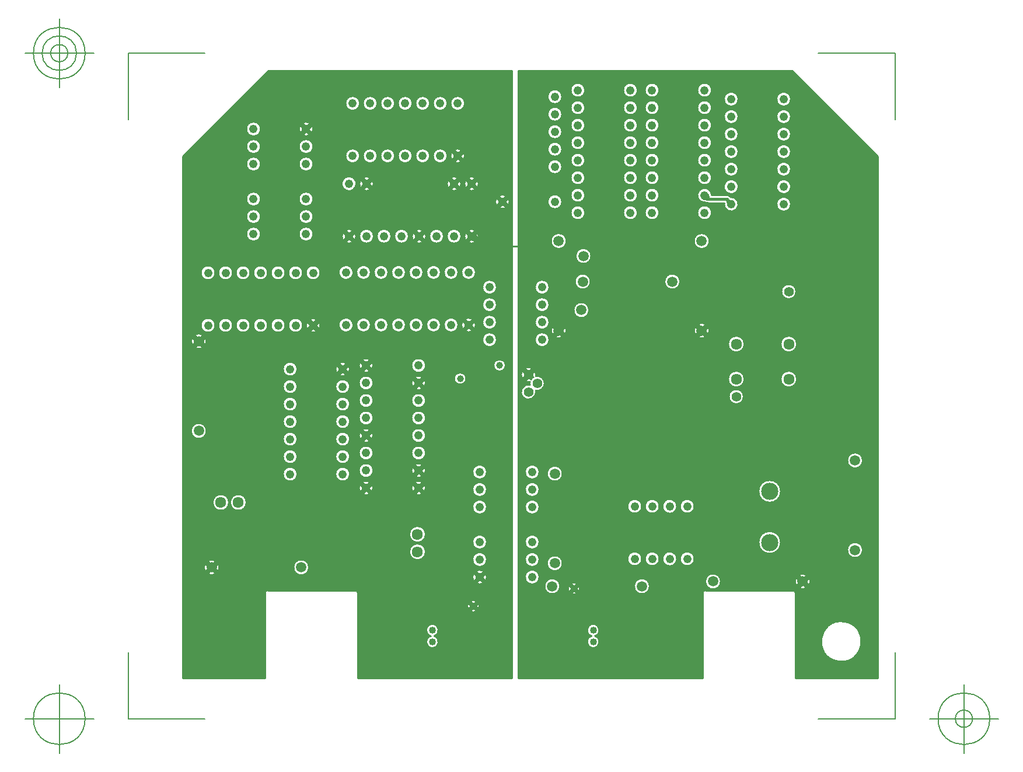
<source format=gbr>
G04 Generated by Ultiboard 12.0 *
%FSLAX25Y25*%
%MOIN*%

%ADD10C,0.00001*%
%ADD11C,0.01000*%
%ADD12C,0.01500*%
%ADD13C,0.02000*%
%ADD14C,0.00500*%
%ADD15C,0.06334*%
%ADD16C,0.05500*%
%ADD17C,0.05906*%
%ADD18C,0.04000*%
%ADD19C,0.04900*%
%ADD20C,0.03937*%
%ADD21C,0.09834*%
%ADD22O,0.03937X0.07874*%


G04 ColorRGB CCFFCC for the following layer *
%LNCopper Inner 1*%
%LPD*%
G54D10*
G36*
X298493Y50000D02*
X298493Y50000D01*
X298493Y1507D01*
X193250Y1507D01*
X193250Y348493D01*
X349376Y348493D01*
X375943Y321925D01*
X398493Y299376D01*
X398493Y1507D01*
X351507Y1507D01*
X351507Y50000D01*
G74*
D01*
G03X350000Y51507I1507J0*
G01*
X350000Y51507D01*
X300000Y51507D01*
G75*
D01*
G03X298493Y50000I0J-1507*
G01*
D02*
G37*
%LPC*%
G36*
X375943Y10935D02*
G75*
D01*
G03X375943Y10935I1757J11365*
G01*
D02*
G37*
G36*
X217689Y281455D02*
G75*
D01*
G03X217689Y281455I-3589J2045*
G01*
D02*
G37*
G36*
X348880Y281455D02*
G75*
D01*
G03X348880Y281455I-4080J645*
G01*
D02*
G37*
G36*
X318880Y281455D02*
G75*
D01*
G03X318880Y281455I-4080J645*
G01*
D02*
G37*
G36*
X198756Y92479D02*
G75*
D01*
G03X198756Y92479I2378J-3378*
G01*
D02*
G37*
G36*
X281455Y73241D02*
G75*
D01*
G03X281455Y73241I-1757J-3738*
G01*
D02*
G37*
G36*
X281455Y232344D02*
G75*
D01*
G03X281455Y232344I-274J-4444*
G01*
D02*
G37*
G36*
X281455Y246950D02*
G75*
D01*
G03X281455Y246950I145J-4450*
G01*
D02*
G37*
G36*
X281455Y215926D02*
G75*
D01*
G03X281455Y215926I-1055J-4326*
G01*
D02*
G37*
G36*
X281455Y103241D02*
G75*
D01*
G03X281455Y103241I-1757J-3738*
G01*
D02*
G37*
G36*
X381085Y74538D02*
G75*
D01*
G03X381085Y74538I4453J0*
G01*
D02*
G37*
G36*
X381085Y125719D02*
G75*
D01*
G03X381085Y125719I4453J0*
G01*
D02*
G37*
G36*
X223104Y287212D02*
G75*
D01*
G03X223104Y287212I4131J0*
G01*
D02*
G37*
G36*
X253104Y287212D02*
G75*
D01*
G03X253104Y287212I4131J0*
G01*
D02*
G37*
G36*
X265472Y287212D02*
G75*
D01*
G03X265472Y287212I4132J0*
G01*
D02*
G37*
G36*
X209969Y293500D02*
G75*
D01*
G03X209969Y293500I4131J0*
G01*
D02*
G37*
G36*
X223104Y297212D02*
G75*
D01*
G03X223104Y297212I4131J0*
G01*
D02*
G37*
G36*
X253104Y297212D02*
G75*
D01*
G03X253104Y297212I4131J0*
G01*
D02*
G37*
G36*
X265472Y297212D02*
G75*
D01*
G03X265472Y297212I4132J0*
G01*
D02*
G37*
G36*
X209969Y303500D02*
G75*
D01*
G03X209969Y303500I4131J0*
G01*
D02*
G37*
G36*
X223104Y307212D02*
G75*
D01*
G03X223104Y307212I4131J0*
G01*
D02*
G37*
G36*
X253104Y307212D02*
G75*
D01*
G03X253104Y307212I4131J0*
G01*
D02*
G37*
G36*
X265472Y307212D02*
G75*
D01*
G03X265472Y307212I4132J0*
G01*
D02*
G37*
G36*
X209969Y313500D02*
G75*
D01*
G03X209969Y313500I4131J0*
G01*
D02*
G37*
G36*
X223104Y317212D02*
G75*
D01*
G03X223104Y317212I4131J0*
G01*
D02*
G37*
G36*
X253104Y317212D02*
G75*
D01*
G03X253104Y317212I4131J0*
G01*
D02*
G37*
G36*
X265472Y317212D02*
G75*
D01*
G03X265472Y317212I4132J0*
G01*
D02*
G37*
G36*
X209969Y323500D02*
G75*
D01*
G03X209969Y323500I4131J0*
G01*
D02*
G37*
G36*
X209969Y333500D02*
G75*
D01*
G03X209969Y333500I4131J0*
G01*
D02*
G37*
G36*
X223104Y327212D02*
G75*
D01*
G03X223104Y327212I4131J0*
G01*
D02*
G37*
G36*
X253104Y327212D02*
G75*
D01*
G03X253104Y327212I4131J0*
G01*
D02*
G37*
G36*
X265472Y327212D02*
G75*
D01*
G03X265472Y327212I4132J0*
G01*
D02*
G37*
G36*
X223104Y337212D02*
G75*
D01*
G03X223104Y337212I4131J0*
G01*
D02*
G37*
G36*
X253104Y337212D02*
G75*
D01*
G03X253104Y337212I4131J0*
G01*
D02*
G37*
G36*
X265472Y337212D02*
G75*
D01*
G03X265472Y337212I4132J0*
G01*
D02*
G37*
G36*
X295472Y287212D02*
G75*
D01*
G03X295472Y287212I4132J0*
G01*
D02*
G37*
G36*
X310669Y292100D02*
G75*
D01*
G03X310669Y292100I4131J0*
G01*
D02*
G37*
G36*
X340669Y292100D02*
G75*
D01*
G03X340669Y292100I4131J0*
G01*
D02*
G37*
G36*
X295472Y297212D02*
G75*
D01*
G03X295472Y297212I4132J0*
G01*
D02*
G37*
G36*
X310669Y302100D02*
G75*
D01*
G03X310669Y302100I4131J0*
G01*
D02*
G37*
G36*
X340669Y302100D02*
G75*
D01*
G03X340669Y302100I4131J0*
G01*
D02*
G37*
G36*
X295472Y307212D02*
G75*
D01*
G03X295472Y307212I4132J0*
G01*
D02*
G37*
G36*
X295472Y317212D02*
G75*
D01*
G03X295472Y317212I4132J0*
G01*
D02*
G37*
G36*
X310669Y312100D02*
G75*
D01*
G03X310669Y312100I4131J0*
G01*
D02*
G37*
G36*
X340669Y312100D02*
G75*
D01*
G03X340669Y312100I4131J0*
G01*
D02*
G37*
G36*
X310669Y322100D02*
G75*
D01*
G03X310669Y322100I4131J0*
G01*
D02*
G37*
G36*
X340669Y322100D02*
G75*
D01*
G03X340669Y322100I4131J0*
G01*
D02*
G37*
G36*
X295472Y327212D02*
G75*
D01*
G03X295472Y327212I4132J0*
G01*
D02*
G37*
G36*
X310669Y332100D02*
G75*
D01*
G03X310669Y332100I4131J0*
G01*
D02*
G37*
G36*
X340669Y332100D02*
G75*
D01*
G03X340669Y332100I4131J0*
G01*
D02*
G37*
G36*
X295472Y337212D02*
G75*
D01*
G03X295472Y337212I4132J0*
G01*
D02*
G37*
G36*
X234933Y25433D02*
G75*
D01*
G03X237067Y25433I1067J-3332*
G01*
G75*
D01*
G03X234933Y25433I-1067J3333*
G01*
D02*
G37*
G36*
X197003Y59101D02*
G75*
D01*
G03X197003Y59101I4131J0*
G01*
D02*
G37*
G36*
X208165Y53858D02*
G75*
D01*
G03X208165Y53858I4453J0*
G01*
D02*
G37*
G36*
X224845Y53671D02*
G74*
D01*
G03X223829Y52655I155J1171*
G01*
X223829Y52655D01*
X222093Y54391D01*
G75*
D01*
G03X222093Y50609I2906J-1891*
G01*
X222093Y50609D01*
X223829Y52345D01*
G74*
D01*
G03X224845Y51329I1171J155*
G01*
X224845Y51329D01*
X223109Y49593D01*
G75*
D01*
G03X226891Y49593I1891J2906*
G01*
X226891Y49593D01*
X225155Y51329D01*
G74*
D01*
G03X226171Y52345I155J1171*
G01*
X226171Y52345D01*
X227907Y50609D01*
G75*
D01*
G03X227907Y54391I-2906J1891*
G01*
X227907Y54391D01*
X226171Y52655D01*
G74*
D01*
G03X225155Y53671I1171J155*
G01*
X225155Y53671D01*
X226891Y55407D01*
G75*
D01*
G03X223109Y55407I-1891J-2906*
G01*
X223109Y55407D01*
X224845Y53671D01*
D02*
G37*
G36*
X259346Y53858D02*
G75*
D01*
G03X259346Y53858I4453J0*
G01*
D02*
G37*
G36*
X209588Y66987D02*
G75*
D01*
G03X209588Y66987I4453J0*
G01*
D02*
G37*
G36*
X197003Y69101D02*
G75*
D01*
G03X197003Y69101I4131J0*
G01*
D02*
G37*
G36*
X255567Y69503D02*
G75*
D01*
G03X255567Y69503I4131J0*
G01*
D02*
G37*
G36*
X265567Y69503D02*
G75*
D01*
G03X265567Y69503I4131J0*
G01*
D02*
G37*
G36*
X197003Y79101D02*
G75*
D01*
G03X197003Y79101I4131J0*
G01*
D02*
G37*
G36*
X202669Y194700D02*
G75*
D01*
G03X202669Y194700I4131J0*
G01*
D02*
G37*
G36*
X215883Y201622D02*
G74*
D01*
G03X214578Y200317I416J1721*
G01*
X214578Y200317D01*
X212568Y202328D01*
G75*
D01*
G03X212568Y197472I3732J-2428*
G01*
X212568Y197472D01*
X214578Y199483D01*
G74*
D01*
G03X215883Y198178I1721J416*
G01*
X215883Y198178D01*
X213872Y196168D01*
G75*
D01*
G03X218728Y196168I2428J3732*
G01*
X218728Y196168D01*
X216717Y198178D01*
G74*
D01*
G03X218022Y199483I416J1721*
G01*
X218022Y199483D01*
X220032Y197472D01*
G75*
D01*
G03X220032Y202328I-3732J2428*
G01*
X220032Y202328D01*
X218022Y200317D01*
G74*
D01*
G03X216717Y201622I1721J416*
G01*
X216717Y201622D01*
X218728Y203632D01*
G75*
D01*
G03X213872Y203632I-2428J-3732*
G01*
X213872Y203632D01*
X215883Y201622D01*
D02*
G37*
G36*
X202669Y204700D02*
G75*
D01*
G03X202669Y204700I4131J0*
G01*
D02*
G37*
G36*
X202669Y214700D02*
G75*
D01*
G03X202669Y214700I4131J0*
G01*
D02*
G37*
G36*
X224766Y211600D02*
G75*
D01*
G03X224766Y211600I4453J0*
G01*
D02*
G37*
G36*
X202669Y224700D02*
G75*
D01*
G03X202669Y224700I4131J0*
G01*
D02*
G37*
G36*
X225547Y227900D02*
G75*
D01*
G03X225547Y227900I4453J0*
G01*
D02*
G37*
G36*
X225966Y242500D02*
G75*
D01*
G03X225966Y242500I4453J0*
G01*
D02*
G37*
G36*
X211847Y251081D02*
G75*
D01*
G03X211847Y251081I4453J0*
G01*
D02*
G37*
G36*
X223104Y267212D02*
G75*
D01*
G03X223104Y267212I4131J0*
G01*
D02*
G37*
G36*
X253104Y267212D02*
G75*
D01*
G03X253104Y267212I4131J0*
G01*
D02*
G37*
G36*
X265472Y267212D02*
G75*
D01*
G03X265472Y267212I4132J0*
G01*
D02*
G37*
G36*
X209969Y273500D02*
G75*
D01*
G03X209969Y273500I4131J0*
G01*
D02*
G37*
G36*
X223104Y277212D02*
G75*
D01*
G03X223104Y277212I4131J0*
G01*
D02*
G37*
G36*
X253104Y277212D02*
G75*
D01*
G03X253104Y277212I4131J0*
G01*
D02*
G37*
G36*
X265472Y277212D02*
G75*
D01*
G03X265472Y277212I4132J0*
G01*
D02*
G37*
G36*
X199832Y170632D02*
G75*
D01*
G03X199832Y168968I4168J-832*
G01*
G75*
D01*
G03X203168Y165632I-832J-4168*
G01*
G75*
D01*
G03X203168Y173968I831J4168*
G01*
G75*
D01*
G03X202562Y177118I-4168J831*
G01*
X202562Y177118D01*
X200892Y175447D01*
G74*
D01*
G03X199647Y176692I1892J647*
G01*
X199647Y176692D01*
X201318Y178362D01*
G75*
D01*
G03X196682Y178362I-2318J-3561*
G01*
X196682Y178362D01*
X198353Y176692D01*
G74*
D01*
G03X197108Y175447I647J1892*
G01*
X197108Y175447D01*
X195438Y177118D01*
G75*
D01*
G03X195438Y172482I3561J-2318*
G01*
X195438Y172482D01*
X197108Y174153D01*
G74*
D01*
G03X198353Y172908I1892J647*
G01*
X198353Y172908D01*
X196682Y171238D01*
G75*
D01*
G03X199832Y170632I2318J3561*
G01*
D02*
G37*
G36*
X197003Y99101D02*
G75*
D01*
G03X197003Y99101I4131J0*
G01*
D02*
G37*
G36*
X255567Y99503D02*
G75*
D01*
G03X255567Y99503I4131J0*
G01*
D02*
G37*
G36*
X265567Y99503D02*
G75*
D01*
G03X265567Y99503I4131J0*
G01*
D02*
G37*
G36*
X197003Y109101D02*
G75*
D01*
G03X197003Y109101I4131J0*
G01*
D02*
G37*
G36*
X197003Y119101D02*
G75*
D01*
G03X197003Y119101I4131J0*
G01*
D02*
G37*
G36*
X209588Y118168D02*
G75*
D01*
G03X209588Y118168I4453J0*
G01*
D02*
G37*
G36*
X330383Y78900D02*
G75*
D01*
G03X330383Y78900I6417J0*
G01*
D02*
G37*
G36*
X299994Y56596D02*
G75*
D01*
G03X299994Y56596I4452J0*
G01*
D02*
G37*
G36*
X355210Y58318D02*
G74*
D01*
G03X353906Y57014I418J1722*
G01*
X353906Y57014D01*
X351895Y59024D01*
G75*
D01*
G03X351895Y54168I3733J-2428*
G01*
X351895Y54168D01*
X353906Y56179D01*
G74*
D01*
G03X355210Y54874I1721J416*
G01*
X355210Y54874D01*
X353199Y52864D01*
G75*
D01*
G03X358056Y52864I2429J3731*
G01*
X358056Y52864D01*
X356045Y54874D01*
G74*
D01*
G03X357349Y56179I417J1721*
G01*
X357349Y56179D01*
X359360Y54168D01*
G75*
D01*
G03X359360Y59024I-3732J2428*
G01*
X359360Y59024D01*
X357349Y57014D01*
G74*
D01*
G03X356045Y58318I1721J417*
G01*
X356045Y58318D01*
X358056Y60329D01*
G75*
D01*
G03X353199Y60329I-2428J-3733*
G01*
X353199Y60329D01*
X355210Y58318D01*
D02*
G37*
G36*
X285567Y69503D02*
G75*
D01*
G03X285567Y69503I4131J0*
G01*
D02*
G37*
G36*
X313033Y192200D02*
G75*
D01*
G03X313033Y192200I4667J0*
G01*
D02*
G37*
G36*
X343033Y192200D02*
G75*
D01*
G03X343033Y192200I4667J0*
G01*
D02*
G37*
G36*
X297542Y201586D02*
G74*
D01*
G03X296237Y200282I415J1721*
G01*
X296237Y200282D01*
X294227Y202293D01*
G75*
D01*
G03X294227Y197436I3731J-2428*
G01*
X294227Y197436D01*
X296237Y199447D01*
G74*
D01*
G03X297542Y198143I1722J418*
G01*
X297542Y198143D01*
X295531Y196132D01*
G75*
D01*
G03X300387Y196132I2428J3733*
G01*
X300387Y196132D01*
X298377Y198143D01*
G74*
D01*
G03X299681Y199447I418J1722*
G01*
X299681Y199447D01*
X301691Y197436D01*
G75*
D01*
G03X301691Y202293I-3731J2429*
G01*
X301691Y202293D01*
X299681Y200282D01*
G74*
D01*
G03X298377Y201586I1721J417*
G01*
X298377Y201586D01*
X300387Y203597D01*
G75*
D01*
G03X295531Y203597I-2428J-3732*
G01*
X295531Y203597D01*
X297542Y201586D01*
D02*
G37*
G36*
X343450Y222200D02*
G75*
D01*
G03X343450Y222200I4250J0*
G01*
D02*
G37*
G36*
X293506Y251046D02*
G75*
D01*
G03X293506Y251046I4453J0*
G01*
D02*
G37*
G36*
X295472Y267212D02*
G75*
D01*
G03X295472Y267212I4132J0*
G01*
D02*
G37*
G36*
X310697Y272581D02*
G75*
D01*
G03X314408Y276212I4103J-481*
G01*
G74*
D01*
G03X312500Y277261I1908J1211*
G01*
X312500Y277261D01*
X303734Y277261D01*
G75*
D01*
G03X300085Y273109I-4130J-50*
G01*
X300085Y273109D01*
X300784Y272988D01*
G75*
D01*
G03X301818Y272739I1031J2011*
G01*
X301818Y272739D01*
X310670Y272739D01*
X310697Y272581D01*
D02*
G37*
G36*
X340669Y272100D02*
G75*
D01*
G03X340669Y272100I4131J0*
G01*
D02*
G37*
G36*
X343033Y172200D02*
G75*
D01*
G03X343033Y172200I4667J0*
G01*
D02*
G37*
G36*
X285567Y99503D02*
G75*
D01*
G03X285567Y99503I4131J0*
G01*
D02*
G37*
G36*
X330383Y108067D02*
G75*
D01*
G03X330383Y108067I6417J0*
G01*
D02*
G37*
G36*
X313450Y162200D02*
G75*
D01*
G03X313450Y162200I4250J0*
G01*
D02*
G37*
G36*
X313033Y172200D02*
G75*
D01*
G03X313033Y172200I4667J0*
G01*
D02*
G37*
%LPD*%
G36*
X48493Y50000D02*
X48493Y50000D01*
X48493Y1507D01*
X1507Y1507D01*
X1507Y299376D01*
X50624Y348493D01*
X189550Y348493D01*
X189550Y1507D01*
X101507Y1507D01*
X101507Y50000D01*
G74*
D01*
G03X100000Y51507I1507J0*
G01*
X100000Y51507D01*
X50000Y51507D01*
G75*
D01*
G03X48493Y50000I0J-1507*
G01*
D02*
G37*
%LPC*%
G36*
X187469Y321109D02*
G75*
D01*
G03X187469Y321109I-3369J2391*
G01*
D02*
G37*
G36*
X187469Y311109D02*
G75*
D01*
G03X187469Y311109I-3369J2391*
G01*
D02*
G37*
G36*
X187469Y301109D02*
G75*
D01*
G03X187469Y301109I-3369J2391*
G01*
D02*
G37*
G36*
X187469Y291109D02*
G75*
D01*
G03X187469Y291109I-3369J2391*
G01*
D02*
G37*
G36*
X187932Y281957D02*
G75*
D01*
G03X187932Y281957I-3832J1543*
G01*
D02*
G37*
G36*
X187469Y331109D02*
G75*
D01*
G03X187469Y331109I-3369J2391*
G01*
D02*
G37*
G36*
X185784Y273026D02*
X185784Y273026D01*
X187469Y271341D01*
X187469Y271341D01*
X187563Y271247D01*
G75*
D01*
G03X187563Y275753I-3463J2253*
G01*
X187563Y275753D01*
X187469Y275659D01*
X187469Y275659D01*
X185784Y273974D01*
G74*
D01*
G03X184574Y275184I1684J474*
G01*
X184574Y275184D01*
X186353Y276963D01*
G75*
D01*
G03X181847Y276963I-2253J-3463*
G01*
X181847Y276963D01*
X183626Y275184D01*
G74*
D01*
G03X182416Y273974I474J1684*
G01*
X182416Y273974D01*
X180637Y275753D01*
G75*
D01*
G03X180637Y271247I3463J-2253*
G01*
X180637Y271247D01*
X182416Y273026D01*
G74*
D01*
G03X183626Y271816I1684J474*
G01*
X183626Y271816D01*
X181847Y270037D01*
G75*
D01*
G03X186353Y270037I2253J3463*
G01*
X186353Y270037D01*
X184574Y271816D01*
G74*
D01*
G03X185784Y273026I474J1684*
G01*
D02*
G37*
G36*
X74714Y281957D02*
G75*
D01*
G03X74714Y281957I-2735J3097*
G01*
D02*
G37*
G36*
X92981Y285964D02*
G75*
D01*
G03X92981Y285964I3519J-2164*
G01*
D02*
G37*
G36*
X44714Y281957D02*
G75*
D01*
G03X44714Y281957I-2735J3097*
G01*
D02*
G37*
G36*
X120197Y281957D02*
G75*
D01*
G03X120197Y281957I-3697J1843*
G01*
D02*
G37*
G36*
X130197Y281957D02*
G75*
D01*
G03X130197Y281957I-3697J1843*
G01*
D02*
G37*
G36*
X140197Y281957D02*
G75*
D01*
G03X140197Y281957I-3697J1843*
G01*
D02*
G37*
G36*
X150197Y281957D02*
G75*
D01*
G03X150197Y281957I-3697J1843*
G01*
D02*
G37*
G36*
X159963Y281547D02*
G75*
D01*
G03X159963Y286053I-3463J2253*
G01*
X159963Y286053D01*
X158184Y284274D01*
G74*
D01*
G03X156974Y285484I1684J474*
G01*
X156974Y285484D01*
X158753Y287263D01*
G75*
D01*
G03X154247Y287263I-2253J-3463*
G01*
X154247Y287263D01*
X156026Y285484D01*
G74*
D01*
G03X154816Y284274I474J1684*
G01*
X154816Y284274D01*
X153037Y286053D01*
G75*
D01*
G03X153037Y281547I3463J-2253*
G01*
X153037Y281547D01*
X154816Y283326D01*
G74*
D01*
G03X156026Y282116I1684J474*
G01*
X156026Y282116D01*
X154247Y280337D01*
G75*
D01*
G03X158753Y280337I2253J3463*
G01*
X158753Y280337D01*
X156974Y282116D01*
G74*
D01*
G03X158184Y283326I474J1684*
G01*
X158184Y283326D01*
X159963Y281547D01*
D02*
G37*
G36*
X169963Y281547D02*
G75*
D01*
G03X169963Y286053I-3463J2253*
G01*
X169963Y286053D01*
X168184Y284274D01*
G74*
D01*
G03X166974Y285484I1684J474*
G01*
X166974Y285484D01*
X168753Y287263D01*
G75*
D01*
G03X164247Y287263I-2253J-3463*
G01*
X164247Y287263D01*
X166026Y285484D01*
G74*
D01*
G03X164816Y284274I474J1684*
G01*
X164816Y284274D01*
X163037Y286053D01*
G75*
D01*
G03X163037Y281547I3463J-2253*
G01*
X163037Y281547D01*
X164816Y283326D01*
G74*
D01*
G03X166026Y282116I1684J474*
G01*
X166026Y282116D01*
X164247Y280337D01*
G75*
D01*
G03X168753Y280337I2253J3463*
G01*
X168753Y280337D01*
X166974Y282116D01*
G74*
D01*
G03X168184Y283326I474J1684*
G01*
X168184Y283326D01*
X169963Y281547D01*
D02*
G37*
G36*
X109963Y281547D02*
G75*
D01*
G03X109963Y286053I-3463J2253*
G01*
X109963Y286053D01*
X108184Y284274D01*
G74*
D01*
G03X106974Y285484I1684J474*
G01*
X106974Y285484D01*
X108753Y287263D01*
G75*
D01*
G03X104247Y287263I-2253J-3463*
G01*
X104247Y287263D01*
X106026Y285484D01*
G74*
D01*
G03X104816Y284274I474J1684*
G01*
X104816Y284274D01*
X103037Y286053D01*
G75*
D01*
G03X103037Y281547I3463J-2253*
G01*
X103037Y281547D01*
X103447Y281957D01*
X104816Y283326D01*
G74*
D01*
G03X106026Y282116I1684J474*
G01*
X106026Y282116D01*
X105867Y281957D01*
X104247Y280337D01*
G75*
D01*
G03X108753Y280337I2253J3463*
G01*
X108753Y280337D01*
X106974Y282116D01*
G74*
D01*
G03X108184Y283326I474J1684*
G01*
X108184Y283326D01*
X109553Y281957D01*
X109963Y281547D01*
D02*
G37*
G36*
X53034Y92981D02*
G75*
D01*
G03X53034Y92981I4429J-462*
G01*
D02*
G37*
G36*
X92981Y236809D02*
G75*
D01*
G03X92981Y236809I1819J-3709*
G01*
D02*
G37*
G36*
X93037Y256053D02*
G75*
D01*
G03X93037Y251547I3463J-2253*
G01*
X93037Y251547D01*
X94816Y253326D01*
G74*
D01*
G03X96026Y252116I1684J474*
G01*
X96026Y252116D01*
X94247Y250337D01*
G75*
D01*
G03X98753Y250337I2253J3463*
G01*
X98753Y250337D01*
X96974Y252116D01*
G74*
D01*
G03X98184Y253326I474J1684*
G01*
X98184Y253326D01*
X99963Y251547D01*
G75*
D01*
G03X99963Y256053I-3463J2253*
G01*
X99963Y256053D01*
X98184Y254274D01*
G74*
D01*
G03X96974Y255484I1684J474*
G01*
X96974Y255484D01*
X98753Y257263D01*
G75*
D01*
G03X94247Y257263I-2253J-3463*
G01*
X94247Y257263D01*
X96026Y255484D01*
G74*
D01*
G03X94816Y254274I474J1684*
G01*
X94816Y254274D01*
X93037Y256053D01*
D02*
G37*
G36*
X92981Y206809D02*
G75*
D01*
G03X92981Y206809I1819J-3709*
G01*
D02*
G37*
G36*
X92981Y132033D02*
G75*
D01*
G03X92981Y132033I-102J-4130*
G01*
D02*
G37*
G36*
X92981Y142033D02*
G75*
D01*
G03X92981Y142033I-102J-4130*
G01*
D02*
G37*
G36*
X92981Y152033D02*
G75*
D01*
G03X92981Y152033I-102J-4130*
G01*
D02*
G37*
G36*
X92981Y162033D02*
G75*
D01*
G03X92981Y162033I-102J-4130*
G01*
D02*
G37*
G36*
X92981Y172033D02*
G75*
D01*
G03X92981Y172033I-102J-4130*
G01*
D02*
G37*
G36*
X95132Y181366D02*
G75*
D01*
G03X90626Y181366I-2253J-3463*
G01*
X90626Y181366D01*
X92405Y179588D01*
G74*
D01*
G03X91195Y178378I474J1684*
G01*
X91195Y178378D01*
X89416Y180156D01*
G75*
D01*
G03X89416Y175650I3463J-2253*
G01*
X89416Y175650D01*
X91195Y177429D01*
G74*
D01*
G03X92405Y176219I1684J474*
G01*
X92405Y176219D01*
X90626Y174440D01*
G75*
D01*
G03X95132Y174440I2253J3463*
G01*
X95132Y174440D01*
X93354Y176219D01*
G74*
D01*
G03X94564Y177429I474J1684*
G01*
X94564Y177429D01*
X96342Y175650D01*
G75*
D01*
G03X96342Y180156I-3463J2253*
G01*
X96342Y180156D01*
X94564Y178378D01*
G74*
D01*
G03X93354Y179588I1684J474*
G01*
X93354Y179588D01*
X95132Y181366D01*
D02*
G37*
G36*
X92981Y122033D02*
G75*
D01*
G03X92981Y122033I-102J-4130*
G01*
D02*
G37*
G36*
X104215Y92981D02*
G75*
D01*
G03X104215Y92981I4429J-462*
G01*
D02*
G37*
G36*
X169716Y92981D02*
G75*
D01*
G03X169716Y92981I1418J-3880*
G01*
D02*
G37*
G36*
X37848Y295054D02*
G75*
D01*
G03X37848Y295054I4131J0*
G01*
D02*
G37*
G36*
X67848Y295054D02*
G75*
D01*
G03X67848Y295054I4131J0*
G01*
D02*
G37*
G36*
X37848Y305054D02*
G75*
D01*
G03X37848Y305054I4131J0*
G01*
D02*
G37*
G36*
X67848Y305054D02*
G75*
D01*
G03X67848Y305054I4131J0*
G01*
D02*
G37*
G36*
X37848Y315054D02*
G75*
D01*
G03X37848Y315054I4131J0*
G01*
D02*
G37*
G36*
X71505Y316738D02*
G74*
D01*
G03X70295Y315528I474J1684*
G01*
X70295Y315528D01*
X68517Y317307D01*
G75*
D01*
G03X68517Y312801I3461J-2253*
G01*
X68517Y312801D01*
X70295Y314580D01*
G74*
D01*
G03X71505Y313369I1684J473*
G01*
X71505Y313369D01*
X69727Y311591D01*
G75*
D01*
G03X74232Y311591I2253J3462*
G01*
X74232Y311591D01*
X72454Y313369D01*
G74*
D01*
G03X73664Y314580I475J1684*
G01*
X73664Y314580D01*
X75442Y312801D01*
G75*
D01*
G03X75442Y317307I-3463J2253*
G01*
X75442Y317307D01*
X73664Y315528D01*
G74*
D01*
G03X72454Y316738I1684J474*
G01*
X72454Y316738D01*
X74232Y318517D01*
G75*
D01*
G03X69727Y318517I-2252J-3463*
G01*
X69727Y318517D01*
X71505Y316738D01*
D02*
G37*
G36*
X94456Y299700D02*
G75*
D01*
G03X94456Y299700I4131J0*
G01*
D02*
G37*
G36*
X104456Y299700D02*
G75*
D01*
G03X104456Y299700I4131J0*
G01*
D02*
G37*
G36*
X114456Y299700D02*
G75*
D01*
G03X114456Y299700I4131J0*
G01*
D02*
G37*
G36*
X124456Y299700D02*
G75*
D01*
G03X124456Y299700I4131J0*
G01*
D02*
G37*
G36*
X134456Y299700D02*
G75*
D01*
G03X134456Y299700I4131J0*
G01*
D02*
G37*
G36*
X144456Y299700D02*
G75*
D01*
G03X144456Y299700I4131J0*
G01*
D02*
G37*
G36*
X158112Y301384D02*
G74*
D01*
G03X156902Y300174I474J1684*
G01*
X156902Y300174D01*
X155124Y301953D01*
G75*
D01*
G03X155124Y297447I3463J-2253*
G01*
X155124Y297447D01*
X156902Y299226D01*
G74*
D01*
G03X158112Y298016I1684J474*
G01*
X158112Y298016D01*
X156334Y296237D01*
G75*
D01*
G03X160839Y296237I2253J3463*
G01*
X160839Y296237D01*
X159061Y298016D01*
G74*
D01*
G03X160271Y299226I474J1684*
G01*
X160271Y299226D01*
X162049Y297447D01*
G75*
D01*
G03X162049Y301953I-3461J2253*
G01*
X162049Y301953D01*
X160271Y300174D01*
G74*
D01*
G03X159061Y301384I1684J474*
G01*
X159061Y301384D01*
X160839Y303163D01*
G75*
D01*
G03X156334Y303163I-2252J-3462*
G01*
X156334Y303163D01*
X158112Y301384D01*
D02*
G37*
G36*
X94456Y329700D02*
G75*
D01*
G03X94456Y329700I4131J0*
G01*
D02*
G37*
G36*
X104456Y329700D02*
G75*
D01*
G03X104456Y329700I4131J0*
G01*
D02*
G37*
G36*
X114456Y329700D02*
G75*
D01*
G03X114456Y329700I4131J0*
G01*
D02*
G37*
G36*
X124456Y329700D02*
G75*
D01*
G03X124456Y329700I4131J0*
G01*
D02*
G37*
G36*
X134456Y329700D02*
G75*
D01*
G03X134456Y329700I4131J0*
G01*
D02*
G37*
G36*
X144456Y329700D02*
G75*
D01*
G03X144456Y329700I4131J0*
G01*
D02*
G37*
G36*
X154456Y329700D02*
G75*
D01*
G03X154456Y329700I4131J0*
G01*
D02*
G37*
G36*
X17629Y66374D02*
G74*
D01*
G03X16324Y65069I416J1721*
G01*
X16324Y65069D01*
X14314Y67080D01*
G75*
D01*
G03X14314Y62224I3732J-2428*
G01*
X14314Y62224D01*
X16324Y64234D01*
G74*
D01*
G03X17629Y62930I1722J418*
G01*
X17629Y62930D01*
X15618Y60920D01*
G75*
D01*
G03X20474Y60920I2428J3732*
G01*
X20474Y60920D01*
X18464Y62930D01*
G74*
D01*
G03X19768Y64234I418J1722*
G01*
X19768Y64234D01*
X21779Y62224D01*
G75*
D01*
G03X21779Y67080I-3733J2428*
G01*
X21779Y67080D01*
X19768Y65069D01*
G74*
D01*
G03X18464Y66374I1721J416*
G01*
X18464Y66374D01*
X20474Y68384D01*
G75*
D01*
G03X15618Y68384I-2428J-3732*
G01*
X15618Y68384D01*
X17629Y66374D01*
D02*
G37*
G36*
X64775Y64652D02*
G75*
D01*
G03X64775Y64652I4452J0*
G01*
D02*
G37*
G36*
X10283Y195503D02*
G74*
D01*
G03X8978Y194199I416J1721*
G01*
X8978Y194199D01*
X6968Y196209D01*
G75*
D01*
G03X6968Y191353I3732J-2428*
G01*
X6968Y191353D01*
X8978Y193364D01*
G74*
D01*
G03X10283Y192059I1721J416*
G01*
X10283Y192059D01*
X8272Y190049D01*
G75*
D01*
G03X13128Y190049I2428J3732*
G01*
X13128Y190049D01*
X11117Y192059D01*
G74*
D01*
G03X12422Y193364I416J1721*
G01*
X12422Y193364D01*
X14432Y191353D01*
G75*
D01*
G03X14432Y196209I-3732J2428*
G01*
X14432Y196209D01*
X12422Y194199D01*
G74*
D01*
G03X11117Y195503I1722J418*
G01*
X11117Y195503D01*
X13128Y197514D01*
G75*
D01*
G03X8272Y197514I-2428J-3733*
G01*
X8272Y197514D01*
X10283Y195503D01*
D02*
G37*
G36*
X11869Y202900D02*
G75*
D01*
G03X11869Y202900I4131J0*
G01*
D02*
G37*
G36*
X21869Y202900D02*
G75*
D01*
G03X21869Y202900I4131J0*
G01*
D02*
G37*
G36*
X31869Y202900D02*
G75*
D01*
G03X31869Y202900I4131J0*
G01*
D02*
G37*
G36*
X41869Y202900D02*
G75*
D01*
G03X41869Y202900I4131J0*
G01*
D02*
G37*
G36*
X51869Y202900D02*
G75*
D01*
G03X51869Y202900I4131J0*
G01*
D02*
G37*
G36*
X61869Y202900D02*
G75*
D01*
G03X61869Y202900I4131J0*
G01*
D02*
G37*
G36*
X75526Y204584D02*
G74*
D01*
G03X74316Y203374I474J1684*
G01*
X74316Y203374D01*
X72537Y205153D01*
G75*
D01*
G03X72537Y200647I3463J-2253*
G01*
X72537Y200647D01*
X74316Y202426D01*
G74*
D01*
G03X75526Y201216I1684J474*
G01*
X75526Y201216D01*
X73747Y199437D01*
G75*
D01*
G03X78253Y199437I2253J3463*
G01*
X78253Y199437D01*
X76474Y201216D01*
G74*
D01*
G03X77684Y202426I474J1684*
G01*
X77684Y202426D01*
X79463Y200647D01*
G75*
D01*
G03X79463Y205153I-3463J2253*
G01*
X79463Y205153D01*
X77684Y203374D01*
G74*
D01*
G03X76474Y204584I1684J474*
G01*
X76474Y204584D01*
X78253Y206363D01*
G75*
D01*
G03X73747Y206363I-2253J-3463*
G01*
X73747Y206363D01*
X75526Y204584D01*
D02*
G37*
G36*
X11869Y232900D02*
G75*
D01*
G03X11869Y232900I4131J0*
G01*
D02*
G37*
G36*
X21869Y232900D02*
G75*
D01*
G03X21869Y232900I4131J0*
G01*
D02*
G37*
G36*
X31869Y232900D02*
G75*
D01*
G03X31869Y232900I4131J0*
G01*
D02*
G37*
G36*
X41869Y232900D02*
G75*
D01*
G03X41869Y232900I4131J0*
G01*
D02*
G37*
G36*
X51869Y232900D02*
G75*
D01*
G03X51869Y232900I4131J0*
G01*
D02*
G37*
G36*
X61869Y232900D02*
G75*
D01*
G03X61869Y232900I4131J0*
G01*
D02*
G37*
G36*
X71869Y232900D02*
G75*
D01*
G03X71869Y232900I4131J0*
G01*
D02*
G37*
G36*
X37848Y255054D02*
G75*
D01*
G03X37848Y255054I4131J0*
G01*
D02*
G37*
G36*
X67848Y255054D02*
G75*
D01*
G03X67848Y255054I4131J0*
G01*
D02*
G37*
G36*
X37848Y265054D02*
G75*
D01*
G03X37848Y265054I4131J0*
G01*
D02*
G37*
G36*
X67848Y265054D02*
G75*
D01*
G03X67848Y265054I4131J0*
G01*
D02*
G37*
G36*
X37848Y275054D02*
G75*
D01*
G03X37848Y275054I4131J0*
G01*
D02*
G37*
G36*
X67848Y275054D02*
G75*
D01*
G03X67848Y275054I4131J0*
G01*
D02*
G37*
G36*
X18633Y101700D02*
G75*
D01*
G03X18633Y101700I4667J0*
G01*
D02*
G37*
G36*
X28633Y101700D02*
G75*
D01*
G03X28633Y101700I4667J0*
G01*
D02*
G37*
G36*
X58748Y117903D02*
G75*
D01*
G03X58748Y117903I4131J0*
G01*
D02*
G37*
G36*
X58748Y127903D02*
G75*
D01*
G03X58748Y127903I4131J0*
G01*
D02*
G37*
G36*
X58748Y137903D02*
G75*
D01*
G03X58748Y137903I4131J0*
G01*
D02*
G37*
G36*
X6247Y142600D02*
G75*
D01*
G03X6247Y142600I4453J0*
G01*
D02*
G37*
G36*
X58748Y147903D02*
G75*
D01*
G03X58748Y147903I4131J0*
G01*
D02*
G37*
G36*
X58748Y157903D02*
G75*
D01*
G03X58748Y157903I4131J0*
G01*
D02*
G37*
G36*
X58748Y167903D02*
G75*
D01*
G03X58748Y167903I4131J0*
G01*
D02*
G37*
G36*
X58748Y177903D02*
G75*
D01*
G03X58748Y177903I4131J0*
G01*
D02*
G37*
G36*
X143033Y25433D02*
G75*
D01*
G03X145167Y25433I1067J-3332*
G01*
G75*
D01*
G03X143033Y25433I-1067J3333*
G01*
D02*
G37*
G36*
X167345Y43671D02*
G74*
D01*
G03X166329Y42655I155J1171*
G01*
X166329Y42655D01*
X164593Y44391D01*
G75*
D01*
G03X164593Y40609I2906J-1891*
G01*
X164593Y40609D01*
X166329Y42345D01*
G74*
D01*
G03X167345Y41329I1171J155*
G01*
X167345Y41329D01*
X165609Y39593D01*
G75*
D01*
G03X169391Y39593I1891J2906*
G01*
X169391Y39593D01*
X167655Y41329D01*
G74*
D01*
G03X168671Y42345I155J1171*
G01*
X168671Y42345D01*
X170407Y40609D01*
G75*
D01*
G03X170407Y44391I-2906J1891*
G01*
X170407Y44391D01*
X168671Y42655D01*
G74*
D01*
G03X167655Y43671I1171J155*
G01*
X167655Y43671D01*
X169391Y45407D01*
G75*
D01*
G03X165609Y45407I-1891J-2906*
G01*
X165609Y45407D01*
X167345Y43671D01*
D02*
G37*
G36*
X170660Y60785D02*
G74*
D01*
G03X169450Y59575I474J1684*
G01*
X169450Y59575D01*
X167671Y61354D01*
G75*
D01*
G03X167671Y56848I3463J-2253*
G01*
X167671Y56848D01*
X169450Y58626D01*
G74*
D01*
G03X170660Y57416I1684J474*
G01*
X170660Y57416D01*
X168882Y55638D01*
G75*
D01*
G03X173387Y55638I2253J3462*
G01*
X173387Y55638D01*
X171609Y57416D01*
G74*
D01*
G03X172819Y58626I474J1684*
G01*
X172819Y58626D01*
X174597Y56848D01*
G75*
D01*
G03X174597Y61354I-3463J2253*
G01*
X174597Y61354D01*
X172819Y59575D01*
G74*
D01*
G03X171609Y60785I1684J474*
G01*
X171609Y60785D01*
X173387Y62564D01*
G75*
D01*
G03X168882Y62564I-2252J-3463*
G01*
X168882Y62564D01*
X170660Y60785D01*
D02*
G37*
G36*
X130979Y73526D02*
G75*
D01*
G03X130979Y73526I4667J0*
G01*
D02*
G37*
G36*
X167003Y69101D02*
G75*
D01*
G03X167003Y69101I4131J0*
G01*
D02*
G37*
G36*
X167003Y79101D02*
G75*
D01*
G03X167003Y79101I4131J0*
G01*
D02*
G37*
G36*
X130979Y83526D02*
G75*
D01*
G03X130979Y83526I4667J0*
G01*
D02*
G37*
G36*
X172669Y194700D02*
G75*
D01*
G03X172669Y194700I4131J0*
G01*
D02*
G37*
G36*
X100669Y203100D02*
G75*
D01*
G03X100669Y203100I4131J0*
G01*
D02*
G37*
G36*
X110669Y203100D02*
G75*
D01*
G03X110669Y203100I4131J0*
G01*
D02*
G37*
G36*
X120669Y203100D02*
G75*
D01*
G03X120669Y203100I4131J0*
G01*
D02*
G37*
G36*
X130669Y203100D02*
G75*
D01*
G03X130669Y203100I4131J0*
G01*
D02*
G37*
G36*
X140669Y203100D02*
G75*
D01*
G03X140669Y203100I4131J0*
G01*
D02*
G37*
G36*
X150669Y203100D02*
G75*
D01*
G03X150669Y203100I4131J0*
G01*
D02*
G37*
G36*
X164326Y204784D02*
G74*
D01*
G03X163116Y203574I474J1684*
G01*
X163116Y203574D01*
X161337Y205353D01*
G75*
D01*
G03X161337Y200847I3463J-2253*
G01*
X161337Y200847D01*
X163116Y202626D01*
G74*
D01*
G03X164326Y201416I1684J474*
G01*
X164326Y201416D01*
X162547Y199637D01*
G75*
D01*
G03X167053Y199637I2253J3463*
G01*
X167053Y199637D01*
X165274Y201416D01*
G74*
D01*
G03X166484Y202626I474J1684*
G01*
X166484Y202626D01*
X168263Y200847D01*
G75*
D01*
G03X168263Y205353I-3463J2253*
G01*
X168263Y205353D01*
X166484Y203574D01*
G74*
D01*
G03X165274Y204784I1684J474*
G01*
X165274Y204784D01*
X167053Y206563D01*
G75*
D01*
G03X162547Y206563I-2253J-3463*
G01*
X162547Y206563D01*
X164326Y204784D01*
D02*
G37*
G36*
X172669Y204700D02*
G75*
D01*
G03X172669Y204700I4131J0*
G01*
D02*
G37*
G36*
X172669Y214700D02*
G75*
D01*
G03X172669Y214700I4131J0*
G01*
D02*
G37*
G36*
X172669Y224700D02*
G75*
D01*
G03X172669Y224700I4131J0*
G01*
D02*
G37*
G36*
X100669Y233100D02*
G75*
D01*
G03X100669Y233100I4131J0*
G01*
D02*
G37*
G36*
X110669Y233100D02*
G75*
D01*
G03X110669Y233100I4131J0*
G01*
D02*
G37*
G36*
X120669Y233100D02*
G75*
D01*
G03X120669Y233100I4131J0*
G01*
D02*
G37*
G36*
X130669Y233100D02*
G75*
D01*
G03X130669Y233100I4131J0*
G01*
D02*
G37*
G36*
X140669Y233100D02*
G75*
D01*
G03X140669Y233100I4131J0*
G01*
D02*
G37*
G36*
X150669Y233100D02*
G75*
D01*
G03X150669Y233100I4131J0*
G01*
D02*
G37*
G36*
X160669Y233100D02*
G75*
D01*
G03X160669Y233100I4131J0*
G01*
D02*
G37*
G36*
X102369Y253800D02*
G75*
D01*
G03X102369Y253800I4131J0*
G01*
D02*
G37*
G36*
X112369Y253800D02*
G75*
D01*
G03X112369Y253800I4131J0*
G01*
D02*
G37*
G36*
X122369Y253800D02*
G75*
D01*
G03X122369Y253800I4131J0*
G01*
D02*
G37*
G36*
X136026Y255484D02*
G74*
D01*
G03X134816Y254274I474J1684*
G01*
X134816Y254274D01*
X133037Y256053D01*
G75*
D01*
G03X133037Y251547I3463J-2253*
G01*
X133037Y251547D01*
X134816Y253326D01*
G74*
D01*
G03X136026Y252116I1684J474*
G01*
X136026Y252116D01*
X134247Y250337D01*
G75*
D01*
G03X138753Y250337I2253J3463*
G01*
X138753Y250337D01*
X136974Y252116D01*
G74*
D01*
G03X138184Y253326I474J1684*
G01*
X138184Y253326D01*
X139963Y251547D01*
G75*
D01*
G03X139963Y256053I-3463J2253*
G01*
X139963Y256053D01*
X138184Y254274D01*
G74*
D01*
G03X136974Y255484I1684J474*
G01*
X136974Y255484D01*
X138753Y257263D01*
G75*
D01*
G03X134247Y257263I-2253J-3463*
G01*
X134247Y257263D01*
X136026Y255484D01*
D02*
G37*
G36*
X142369Y253800D02*
G75*
D01*
G03X142369Y253800I4131J0*
G01*
D02*
G37*
G36*
X152369Y253800D02*
G75*
D01*
G03X152369Y253800I4131J0*
G01*
D02*
G37*
G36*
X166026Y255484D02*
G74*
D01*
G03X164816Y254274I474J1684*
G01*
X164816Y254274D01*
X163037Y256053D01*
G75*
D01*
G03X163037Y251547I3463J-2253*
G01*
X163037Y251547D01*
X164816Y253326D01*
G74*
D01*
G03X166026Y252116I1684J474*
G01*
X166026Y252116D01*
X164247Y250337D01*
G75*
D01*
G03X168753Y250337I2253J3463*
G01*
X168753Y250337D01*
X166974Y252116D01*
G74*
D01*
G03X168184Y253326I474J1684*
G01*
X168184Y253326D01*
X169963Y251547D01*
G75*
D01*
G03X169963Y256053I-3463J2253*
G01*
X169963Y256053D01*
X168184Y254274D01*
G74*
D01*
G03X166974Y255484I1684J474*
G01*
X166974Y255484D01*
X168753Y257263D01*
G75*
D01*
G03X164247Y257263I-2253J-3463*
G01*
X164247Y257263D01*
X166026Y255484D01*
D02*
G37*
G36*
X179031Y180000D02*
G75*
D01*
G03X179031Y180000I3469J0*
G01*
D02*
G37*
G36*
X167003Y99101D02*
G75*
D01*
G03X167003Y99101I4131J0*
G01*
D02*
G37*
G36*
X105773Y111674D02*
G74*
D01*
G03X104563Y110464I474J1684*
G01*
X104563Y110464D01*
X102785Y112243D01*
G75*
D01*
G03X102785Y107737I3463J-2253*
G01*
X102785Y107737D01*
X104563Y109515D01*
G74*
D01*
G03X105773Y108305I1684J474*
G01*
X105773Y108305D01*
X103995Y106527D01*
G75*
D01*
G03X108500Y106527I2253J3463*
G01*
X108500Y106527D01*
X106722Y108305D01*
G74*
D01*
G03X107932Y109515I474J1684*
G01*
X107932Y109515D01*
X109710Y107737D01*
G75*
D01*
G03X109710Y112243I-3461J2253*
G01*
X109710Y112243D01*
X107932Y110464D01*
G74*
D01*
G03X106722Y111674I1684J474*
G01*
X106722Y111674D01*
X108500Y113453D01*
G75*
D01*
G03X103995Y113453I-2252J-3462*
G01*
X103995Y113453D01*
X105773Y111674D01*
D02*
G37*
G36*
X135773Y111674D02*
G74*
D01*
G03X134563Y110464I474J1684*
G01*
X134563Y110464D01*
X132785Y112243D01*
G75*
D01*
G03X132785Y107737I3463J-2253*
G01*
X132785Y107737D01*
X134563Y109515D01*
G74*
D01*
G03X135773Y108305I1684J474*
G01*
X135773Y108305D01*
X133995Y106527D01*
G75*
D01*
G03X138500Y106527I2253J3463*
G01*
X138500Y106527D01*
X136722Y108305D01*
G74*
D01*
G03X137932Y109515I474J1684*
G01*
X137932Y109515D01*
X139710Y107737D01*
G75*
D01*
G03X139710Y112243I-3461J2253*
G01*
X139710Y112243D01*
X137932Y110464D01*
G74*
D01*
G03X136722Y111674I1684J474*
G01*
X136722Y111674D01*
X138500Y113453D01*
G75*
D01*
G03X133995Y113453I-2252J-3462*
G01*
X133995Y113453D01*
X135773Y111674D01*
D02*
G37*
G36*
X167003Y109101D02*
G75*
D01*
G03X167003Y109101I4131J0*
G01*
D02*
G37*
G36*
X102117Y119990D02*
G75*
D01*
G03X102117Y119990I4131J0*
G01*
D02*
G37*
G36*
X135773Y121674D02*
G74*
D01*
G03X134563Y120464I474J1684*
G01*
X134563Y120464D01*
X132785Y122243D01*
G75*
D01*
G03X132785Y117737I3463J-2253*
G01*
X132785Y117737D01*
X134563Y119515D01*
G74*
D01*
G03X135773Y118305I1684J474*
G01*
X135773Y118305D01*
X133995Y116527D01*
G75*
D01*
G03X138500Y116527I2253J3463*
G01*
X138500Y116527D01*
X136722Y118305D01*
G74*
D01*
G03X137932Y119515I474J1684*
G01*
X137932Y119515D01*
X139710Y117737D01*
G75*
D01*
G03X139710Y122243I-3461J2253*
G01*
X139710Y122243D01*
X137932Y120464D01*
G74*
D01*
G03X136722Y121674I1684J474*
G01*
X136722Y121674D01*
X138500Y123453D01*
G75*
D01*
G03X133995Y123453I-2252J-3462*
G01*
X133995Y123453D01*
X135773Y121674D01*
D02*
G37*
G36*
X167003Y119101D02*
G75*
D01*
G03X167003Y119101I4131J0*
G01*
D02*
G37*
G36*
X102117Y129990D02*
G75*
D01*
G03X102117Y129990I4131J0*
G01*
D02*
G37*
G36*
X132117Y129990D02*
G75*
D01*
G03X132117Y129990I4131J0*
G01*
D02*
G37*
G36*
X105773Y141674D02*
G74*
D01*
G03X104563Y140464I474J1684*
G01*
X104563Y140464D01*
X102785Y142243D01*
G75*
D01*
G03X102785Y137737I3463J-2253*
G01*
X102785Y137737D01*
X104563Y139515D01*
G74*
D01*
G03X105773Y138305I1684J474*
G01*
X105773Y138305D01*
X103995Y136527D01*
G75*
D01*
G03X108500Y136527I2253J3463*
G01*
X108500Y136527D01*
X106722Y138305D01*
G74*
D01*
G03X107932Y139515I474J1684*
G01*
X107932Y139515D01*
X109710Y137737D01*
G75*
D01*
G03X109710Y142243I-3461J2253*
G01*
X109710Y142243D01*
X107932Y140464D01*
G74*
D01*
G03X106722Y141674I1684J474*
G01*
X106722Y141674D01*
X108500Y143453D01*
G75*
D01*
G03X103995Y143453I-2252J-3462*
G01*
X103995Y143453D01*
X105773Y141674D01*
D02*
G37*
G36*
X132117Y139990D02*
G75*
D01*
G03X132117Y139990I4131J0*
G01*
D02*
G37*
G36*
X102117Y149990D02*
G75*
D01*
G03X102117Y149990I4131J0*
G01*
D02*
G37*
G36*
X132117Y149990D02*
G75*
D01*
G03X132117Y149990I4131J0*
G01*
D02*
G37*
G36*
X102117Y159990D02*
G75*
D01*
G03X102117Y159990I4131J0*
G01*
D02*
G37*
G36*
X132117Y159990D02*
G75*
D01*
G03X132117Y159990I4131J0*
G01*
D02*
G37*
G36*
X102117Y169990D02*
G75*
D01*
G03X102117Y169990I4131J0*
G01*
D02*
G37*
G36*
X135773Y171674D02*
G74*
D01*
G03X134563Y170464I474J1684*
G01*
X134563Y170464D01*
X132785Y172243D01*
G75*
D01*
G03X132785Y167737I3463J-2253*
G01*
X132785Y167737D01*
X134563Y169515D01*
G74*
D01*
G03X135773Y168305I1684J474*
G01*
X135773Y168305D01*
X133995Y166527D01*
G75*
D01*
G03X138500Y166527I2253J3463*
G01*
X138500Y166527D01*
X136722Y168305D01*
G74*
D01*
G03X137932Y169515I474J1684*
G01*
X137932Y169515D01*
X139710Y167737D01*
G75*
D01*
G03X139710Y172243I-3461J2253*
G01*
X139710Y172243D01*
X137932Y170464D01*
G74*
D01*
G03X136722Y171674I1684J474*
G01*
X136722Y171674D01*
X138500Y173453D01*
G75*
D01*
G03X133995Y173453I-2252J-3462*
G01*
X133995Y173453D01*
X135773Y171674D01*
D02*
G37*
G36*
X156531Y172500D02*
G75*
D01*
G03X156531Y172500I3469J0*
G01*
D02*
G37*
G36*
X105773Y181674D02*
G74*
D01*
G03X104563Y180464I474J1684*
G01*
X104563Y180464D01*
X102785Y182243D01*
G75*
D01*
G03X102785Y177737I3463J-2253*
G01*
X102785Y177737D01*
X104563Y179515D01*
G74*
D01*
G03X105773Y178305I1684J474*
G01*
X105773Y178305D01*
X103995Y176527D01*
G75*
D01*
G03X108500Y176527I2253J3463*
G01*
X108500Y176527D01*
X106722Y178305D01*
G74*
D01*
G03X107932Y179515I474J1684*
G01*
X107932Y179515D01*
X109710Y177737D01*
G75*
D01*
G03X109710Y182243I-3461J2253*
G01*
X109710Y182243D01*
X107932Y180464D01*
G74*
D01*
G03X106722Y181674I1684J474*
G01*
X106722Y181674D01*
X108500Y183453D01*
G75*
D01*
G03X103995Y183453I-2252J-3462*
G01*
X103995Y183453D01*
X105773Y181674D01*
D02*
G37*
G36*
X132117Y179990D02*
G75*
D01*
G03X132117Y179990I4131J0*
G01*
D02*
G37*
%LPD*%
G36*
X200438Y172118D02*
G74*
D01*
G02X201682Y173362I3561J2317*
G01*
X201682Y173362D01*
X200892Y174153D01*
G74*
D01*
G02X199647Y172908I1892J647*
G01*
X199647Y172908D01*
X200438Y172118D01*
D02*
G37*
G54D11*
X200438Y172118D02*
G74*
D01*
G02X201682Y173362I3561J2317*
G01*
X200892Y174153D01*
G74*
D01*
G02X199647Y172908I1892J647*
G01*
X200438Y172118D01*
X375943Y10935D02*
G75*
D01*
G03X375943Y10935I1757J11365*
G01*
X217689Y281455D02*
G75*
D01*
G03X217689Y281455I-3589J2045*
G01*
X348880Y281455D02*
G75*
D01*
G03X348880Y281455I-4080J645*
G01*
X318880Y281455D02*
G75*
D01*
G03X318880Y281455I-4080J645*
G01*
X198756Y92479D02*
G75*
D01*
G03X198756Y92479I2378J-3378*
G01*
X281455Y73241D02*
G75*
D01*
G03X281455Y73241I-1757J-3738*
G01*
X281455Y232344D02*
G75*
D01*
G03X281455Y232344I-274J-4444*
G01*
X281455Y246950D02*
G75*
D01*
G03X281455Y246950I145J-4450*
G01*
X281455Y215926D02*
G75*
D01*
G03X281455Y215926I-1055J-4326*
G01*
X281455Y103241D02*
G75*
D01*
G03X281455Y103241I-1757J-3738*
G01*
X381085Y74538D02*
G75*
D01*
G03X381085Y74538I4453J0*
G01*
X381085Y125719D02*
G75*
D01*
G03X381085Y125719I4453J0*
G01*
X223104Y287212D02*
G75*
D01*
G03X223104Y287212I4131J0*
G01*
X253104Y287212D02*
G75*
D01*
G03X253104Y287212I4131J0*
G01*
X265472Y287212D02*
G75*
D01*
G03X265472Y287212I4132J0*
G01*
X209969Y293500D02*
G75*
D01*
G03X209969Y293500I4131J0*
G01*
X223104Y297212D02*
G75*
D01*
G03X223104Y297212I4131J0*
G01*
X253104Y297212D02*
G75*
D01*
G03X253104Y297212I4131J0*
G01*
X265472Y297212D02*
G75*
D01*
G03X265472Y297212I4132J0*
G01*
X209969Y303500D02*
G75*
D01*
G03X209969Y303500I4131J0*
G01*
X223104Y307212D02*
G75*
D01*
G03X223104Y307212I4131J0*
G01*
X253104Y307212D02*
G75*
D01*
G03X253104Y307212I4131J0*
G01*
X265472Y307212D02*
G75*
D01*
G03X265472Y307212I4132J0*
G01*
X209969Y313500D02*
G75*
D01*
G03X209969Y313500I4131J0*
G01*
X223104Y317212D02*
G75*
D01*
G03X223104Y317212I4131J0*
G01*
X253104Y317212D02*
G75*
D01*
G03X253104Y317212I4131J0*
G01*
X265472Y317212D02*
G75*
D01*
G03X265472Y317212I4132J0*
G01*
X209969Y323500D02*
G75*
D01*
G03X209969Y323500I4131J0*
G01*
X209969Y333500D02*
G75*
D01*
G03X209969Y333500I4131J0*
G01*
X223104Y327212D02*
G75*
D01*
G03X223104Y327212I4131J0*
G01*
X253104Y327212D02*
G75*
D01*
G03X253104Y327212I4131J0*
G01*
X265472Y327212D02*
G75*
D01*
G03X265472Y327212I4132J0*
G01*
X223104Y337212D02*
G75*
D01*
G03X223104Y337212I4131J0*
G01*
X253104Y337212D02*
G75*
D01*
G03X253104Y337212I4131J0*
G01*
X265472Y337212D02*
G75*
D01*
G03X265472Y337212I4132J0*
G01*
X295472Y287212D02*
G75*
D01*
G03X295472Y287212I4132J0*
G01*
X310669Y292100D02*
G75*
D01*
G03X310669Y292100I4131J0*
G01*
X340669Y292100D02*
G75*
D01*
G03X340669Y292100I4131J0*
G01*
X295472Y297212D02*
G75*
D01*
G03X295472Y297212I4132J0*
G01*
X310669Y302100D02*
G75*
D01*
G03X310669Y302100I4131J0*
G01*
X340669Y302100D02*
G75*
D01*
G03X340669Y302100I4131J0*
G01*
X295472Y307212D02*
G75*
D01*
G03X295472Y307212I4132J0*
G01*
X295472Y317212D02*
G75*
D01*
G03X295472Y317212I4132J0*
G01*
X310669Y312100D02*
G75*
D01*
G03X310669Y312100I4131J0*
G01*
X340669Y312100D02*
G75*
D01*
G03X340669Y312100I4131J0*
G01*
X310669Y322100D02*
G75*
D01*
G03X310669Y322100I4131J0*
G01*
X340669Y322100D02*
G75*
D01*
G03X340669Y322100I4131J0*
G01*
X295472Y327212D02*
G75*
D01*
G03X295472Y327212I4132J0*
G01*
X310669Y332100D02*
G75*
D01*
G03X310669Y332100I4131J0*
G01*
X340669Y332100D02*
G75*
D01*
G03X340669Y332100I4131J0*
G01*
X295472Y337212D02*
G75*
D01*
G03X295472Y337212I4132J0*
G01*
X234933Y25433D02*
G75*
D01*
G03X237067Y25433I1067J-3332*
G01*
G75*
D01*
G03X234933Y25433I-1067J3333*
G01*
X197003Y59101D02*
G75*
D01*
G03X197003Y59101I4131J0*
G01*
X208165Y53858D02*
G75*
D01*
G03X208165Y53858I4453J0*
G01*
X224845Y53671D02*
G74*
D01*
G03X223829Y52655I155J1171*
G01*
X222093Y54391D01*
G75*
D01*
G03X222093Y50609I2906J-1891*
G01*
X223829Y52345D01*
G74*
D01*
G03X224845Y51329I1171J155*
G01*
X223109Y49593D01*
G75*
D01*
G03X226891Y49593I1891J2906*
G01*
X225155Y51329D01*
G74*
D01*
G03X226171Y52345I155J1171*
G01*
X227907Y50609D01*
G75*
D01*
G03X227907Y54391I-2906J1891*
G01*
X226171Y52655D01*
G74*
D01*
G03X225155Y53671I1171J155*
G01*
X226891Y55407D01*
G75*
D01*
G03X223109Y55407I-1891J-2906*
G01*
X224845Y53671D01*
X259346Y53858D02*
G75*
D01*
G03X259346Y53858I4453J0*
G01*
X209588Y66987D02*
G75*
D01*
G03X209588Y66987I4453J0*
G01*
X197003Y69101D02*
G75*
D01*
G03X197003Y69101I4131J0*
G01*
X255567Y69503D02*
G75*
D01*
G03X255567Y69503I4131J0*
G01*
X265567Y69503D02*
G75*
D01*
G03X265567Y69503I4131J0*
G01*
X197003Y79101D02*
G75*
D01*
G03X197003Y79101I4131J0*
G01*
X202669Y194700D02*
G75*
D01*
G03X202669Y194700I4131J0*
G01*
X215883Y201622D02*
G74*
D01*
G03X214578Y200317I416J1721*
G01*
X212568Y202328D01*
G75*
D01*
G03X212568Y197472I3732J-2428*
G01*
X214578Y199483D01*
G74*
D01*
G03X215883Y198178I1721J416*
G01*
X213872Y196168D01*
G75*
D01*
G03X218728Y196168I2428J3732*
G01*
X216717Y198178D01*
G74*
D01*
G03X218022Y199483I416J1721*
G01*
X220032Y197472D01*
G75*
D01*
G03X220032Y202328I-3732J2428*
G01*
X218022Y200317D01*
G74*
D01*
G03X216717Y201622I1721J416*
G01*
X218728Y203632D01*
G75*
D01*
G03X213872Y203632I-2428J-3732*
G01*
X215883Y201622D01*
X202669Y204700D02*
G75*
D01*
G03X202669Y204700I4131J0*
G01*
X202669Y214700D02*
G75*
D01*
G03X202669Y214700I4131J0*
G01*
X224766Y211600D02*
G75*
D01*
G03X224766Y211600I4453J0*
G01*
X202669Y224700D02*
G75*
D01*
G03X202669Y224700I4131J0*
G01*
X225547Y227900D02*
G75*
D01*
G03X225547Y227900I4453J0*
G01*
X225966Y242500D02*
G75*
D01*
G03X225966Y242500I4453J0*
G01*
X211847Y251081D02*
G75*
D01*
G03X211847Y251081I4453J0*
G01*
X223104Y267212D02*
G75*
D01*
G03X223104Y267212I4131J0*
G01*
X253104Y267212D02*
G75*
D01*
G03X253104Y267212I4131J0*
G01*
X265472Y267212D02*
G75*
D01*
G03X265472Y267212I4132J0*
G01*
X209969Y273500D02*
G75*
D01*
G03X209969Y273500I4131J0*
G01*
X223104Y277212D02*
G75*
D01*
G03X223104Y277212I4131J0*
G01*
X253104Y277212D02*
G75*
D01*
G03X253104Y277212I4131J0*
G01*
X265472Y277212D02*
G75*
D01*
G03X265472Y277212I4132J0*
G01*
X199832Y170632D02*
G75*
D01*
G03X199832Y168968I4168J-832*
G01*
G75*
D01*
G03X203168Y165632I-832J-4168*
G01*
G75*
D01*
G03X203168Y173968I831J4168*
G01*
G75*
D01*
G03X202562Y177118I-4168J831*
G01*
X200892Y175447D01*
G74*
D01*
G03X199647Y176692I1892J647*
G01*
X201318Y178362D01*
G75*
D01*
G03X196682Y178362I-2318J-3561*
G01*
X198353Y176692D01*
G74*
D01*
G03X197108Y175447I647J1892*
G01*
X195438Y177118D01*
G75*
D01*
G03X195438Y172482I3561J-2318*
G01*
X197108Y174153D01*
G74*
D01*
G03X198353Y172908I1892J647*
G01*
X196682Y171238D01*
G75*
D01*
G03X199832Y170632I2318J3561*
G01*
X197003Y99101D02*
G75*
D01*
G03X197003Y99101I4131J0*
G01*
X255567Y99503D02*
G75*
D01*
G03X255567Y99503I4131J0*
G01*
X265567Y99503D02*
G75*
D01*
G03X265567Y99503I4131J0*
G01*
X197003Y109101D02*
G75*
D01*
G03X197003Y109101I4131J0*
G01*
X197003Y119101D02*
G75*
D01*
G03X197003Y119101I4131J0*
G01*
X209588Y118168D02*
G75*
D01*
G03X209588Y118168I4453J0*
G01*
X330383Y78900D02*
G75*
D01*
G03X330383Y78900I6417J0*
G01*
X299994Y56596D02*
G75*
D01*
G03X299994Y56596I4452J0*
G01*
X355210Y58318D02*
G74*
D01*
G03X353906Y57014I418J1722*
G01*
X351895Y59024D01*
G75*
D01*
G03X351895Y54168I3733J-2428*
G01*
X353906Y56179D01*
G74*
D01*
G03X355210Y54874I1721J416*
G01*
X353199Y52864D01*
G75*
D01*
G03X358056Y52864I2429J3731*
G01*
X356045Y54874D01*
G74*
D01*
G03X357349Y56179I417J1721*
G01*
X359360Y54168D01*
G75*
D01*
G03X359360Y59024I-3732J2428*
G01*
X357349Y57014D01*
G74*
D01*
G03X356045Y58318I1721J417*
G01*
X358056Y60329D01*
G75*
D01*
G03X353199Y60329I-2428J-3733*
G01*
X355210Y58318D01*
X285567Y69503D02*
G75*
D01*
G03X285567Y69503I4131J0*
G01*
X313033Y192200D02*
G75*
D01*
G03X313033Y192200I4667J0*
G01*
X343033Y192200D02*
G75*
D01*
G03X343033Y192200I4667J0*
G01*
X297542Y201586D02*
G74*
D01*
G03X296237Y200282I415J1721*
G01*
X294227Y202293D01*
G75*
D01*
G03X294227Y197436I3731J-2428*
G01*
X296237Y199447D01*
G74*
D01*
G03X297542Y198143I1722J418*
G01*
X295531Y196132D01*
G75*
D01*
G03X300387Y196132I2428J3733*
G01*
X298377Y198143D01*
G74*
D01*
G03X299681Y199447I418J1722*
G01*
X301691Y197436D01*
G75*
D01*
G03X301691Y202293I-3731J2429*
G01*
X299681Y200282D01*
G74*
D01*
G03X298377Y201586I1721J417*
G01*
X300387Y203597D01*
G75*
D01*
G03X295531Y203597I-2428J-3732*
G01*
X297542Y201586D01*
X343450Y222200D02*
G75*
D01*
G03X343450Y222200I4250J0*
G01*
X293506Y251046D02*
G75*
D01*
G03X293506Y251046I4453J0*
G01*
X295472Y267212D02*
G75*
D01*
G03X295472Y267212I4132J0*
G01*
X310697Y272581D02*
G75*
D01*
G03X314408Y276212I4103J-481*
G01*
G74*
D01*
G03X312500Y277261I1908J1211*
G01*
X303734Y277261D01*
G75*
D01*
G03X300085Y273109I-4130J-50*
G01*
X300784Y272988D01*
G75*
D01*
G03X301818Y272739I1031J2011*
G01*
X310670Y272739D01*
X310697Y272581D01*
X340669Y272100D02*
G75*
D01*
G03X340669Y272100I4131J0*
G01*
X343033Y172200D02*
G75*
D01*
G03X343033Y172200I4667J0*
G01*
X285567Y99503D02*
G75*
D01*
G03X285567Y99503I4131J0*
G01*
X330383Y108067D02*
G75*
D01*
G03X330383Y108067I6417J0*
G01*
X313450Y162200D02*
G75*
D01*
G03X313450Y162200I4250J0*
G01*
X313033Y172200D02*
G75*
D01*
G03X313033Y172200I4667J0*
G01*
X298493Y50000D02*
X298493Y1507D01*
X193250Y1507D01*
X193250Y348493D01*
X349376Y348493D01*
X375943Y321925D01*
X398493Y299376D01*
X398493Y1507D01*
X351507Y1507D01*
X351507Y50000D01*
G74*
D01*
G03X350000Y51507I1507J0*
G01*
X300000Y51507D01*
G75*
D01*
G03X298493Y50000I0J-1507*
G01*
X187469Y321109D02*
G75*
D01*
G03X187469Y321109I-3369J2391*
G01*
X187469Y311109D02*
G75*
D01*
G03X187469Y311109I-3369J2391*
G01*
X187469Y301109D02*
G75*
D01*
G03X187469Y301109I-3369J2391*
G01*
X187469Y291109D02*
G75*
D01*
G03X187469Y291109I-3369J2391*
G01*
X187932Y281957D02*
G75*
D01*
G03X187932Y281957I-3832J1543*
G01*
X187469Y331109D02*
G75*
D01*
G03X187469Y331109I-3369J2391*
G01*
X185784Y273026D02*
X187469Y271341D01*
X187469Y271341D01*
X187563Y271247D01*
G75*
D01*
G03X187563Y275753I-3463J2253*
G01*
X187469Y275659D01*
X187469Y275659D01*
X185784Y273974D01*
G74*
D01*
G03X184574Y275184I1684J474*
G01*
X186353Y276963D01*
G75*
D01*
G03X181847Y276963I-2253J-3463*
G01*
X183626Y275184D01*
G74*
D01*
G03X182416Y273974I474J1684*
G01*
X180637Y275753D01*
G75*
D01*
G03X180637Y271247I3463J-2253*
G01*
X182416Y273026D01*
G74*
D01*
G03X183626Y271816I1684J474*
G01*
X181847Y270037D01*
G75*
D01*
G03X186353Y270037I2253J3463*
G01*
X184574Y271816D01*
G74*
D01*
G03X185784Y273026I474J1684*
G01*
X74714Y281957D02*
G75*
D01*
G03X74714Y281957I-2735J3097*
G01*
X92981Y285964D02*
G75*
D01*
G03X92981Y285964I3519J-2164*
G01*
X44714Y281957D02*
G75*
D01*
G03X44714Y281957I-2735J3097*
G01*
X120197Y281957D02*
G75*
D01*
G03X120197Y281957I-3697J1843*
G01*
X130197Y281957D02*
G75*
D01*
G03X130197Y281957I-3697J1843*
G01*
X140197Y281957D02*
G75*
D01*
G03X140197Y281957I-3697J1843*
G01*
X150197Y281957D02*
G75*
D01*
G03X150197Y281957I-3697J1843*
G01*
X159963Y281547D02*
G75*
D01*
G03X159963Y286053I-3463J2253*
G01*
X158184Y284274D01*
G74*
D01*
G03X156974Y285484I1684J474*
G01*
X158753Y287263D01*
G75*
D01*
G03X154247Y287263I-2253J-3463*
G01*
X156026Y285484D01*
G74*
D01*
G03X154816Y284274I474J1684*
G01*
X153037Y286053D01*
G75*
D01*
G03X153037Y281547I3463J-2253*
G01*
X154816Y283326D01*
G74*
D01*
G03X156026Y282116I1684J474*
G01*
X154247Y280337D01*
G75*
D01*
G03X158753Y280337I2253J3463*
G01*
X156974Y282116D01*
G74*
D01*
G03X158184Y283326I474J1684*
G01*
X159963Y281547D01*
X169963Y281547D02*
G75*
D01*
G03X169963Y286053I-3463J2253*
G01*
X168184Y284274D01*
G74*
D01*
G03X166974Y285484I1684J474*
G01*
X168753Y287263D01*
G75*
D01*
G03X164247Y287263I-2253J-3463*
G01*
X166026Y285484D01*
G74*
D01*
G03X164816Y284274I474J1684*
G01*
X163037Y286053D01*
G75*
D01*
G03X163037Y281547I3463J-2253*
G01*
X164816Y283326D01*
G74*
D01*
G03X166026Y282116I1684J474*
G01*
X164247Y280337D01*
G75*
D01*
G03X168753Y280337I2253J3463*
G01*
X166974Y282116D01*
G74*
D01*
G03X168184Y283326I474J1684*
G01*
X169963Y281547D01*
X109963Y281547D02*
G75*
D01*
G03X109963Y286053I-3463J2253*
G01*
X108184Y284274D01*
G74*
D01*
G03X106974Y285484I1684J474*
G01*
X108753Y287263D01*
G75*
D01*
G03X104247Y287263I-2253J-3463*
G01*
X106026Y285484D01*
G74*
D01*
G03X104816Y284274I474J1684*
G01*
X103037Y286053D01*
G75*
D01*
G03X103037Y281547I3463J-2253*
G01*
X103447Y281957D01*
X104816Y283326D01*
G74*
D01*
G03X106026Y282116I1684J474*
G01*
X105867Y281957D01*
X104247Y280337D01*
G75*
D01*
G03X108753Y280337I2253J3463*
G01*
X106974Y282116D01*
G74*
D01*
G03X108184Y283326I474J1684*
G01*
X109553Y281957D01*
X109963Y281547D01*
X53034Y92981D02*
G75*
D01*
G03X53034Y92981I4429J-462*
G01*
X92981Y236809D02*
G75*
D01*
G03X92981Y236809I1819J-3709*
G01*
X93037Y256053D02*
G75*
D01*
G03X93037Y251547I3463J-2253*
G01*
X94816Y253326D01*
G74*
D01*
G03X96026Y252116I1684J474*
G01*
X94247Y250337D01*
G75*
D01*
G03X98753Y250337I2253J3463*
G01*
X96974Y252116D01*
G74*
D01*
G03X98184Y253326I474J1684*
G01*
X99963Y251547D01*
G75*
D01*
G03X99963Y256053I-3463J2253*
G01*
X98184Y254274D01*
G74*
D01*
G03X96974Y255484I1684J474*
G01*
X98753Y257263D01*
G75*
D01*
G03X94247Y257263I-2253J-3463*
G01*
X96026Y255484D01*
G74*
D01*
G03X94816Y254274I474J1684*
G01*
X93037Y256053D01*
X92981Y206809D02*
G75*
D01*
G03X92981Y206809I1819J-3709*
G01*
X92981Y132033D02*
G75*
D01*
G03X92981Y132033I-102J-4130*
G01*
X92981Y142033D02*
G75*
D01*
G03X92981Y142033I-102J-4130*
G01*
X92981Y152033D02*
G75*
D01*
G03X92981Y152033I-102J-4130*
G01*
X92981Y162033D02*
G75*
D01*
G03X92981Y162033I-102J-4130*
G01*
X92981Y172033D02*
G75*
D01*
G03X92981Y172033I-102J-4130*
G01*
X95132Y181366D02*
G75*
D01*
G03X90626Y181366I-2253J-3463*
G01*
X92405Y179588D01*
G74*
D01*
G03X91195Y178378I474J1684*
G01*
X89416Y180156D01*
G75*
D01*
G03X89416Y175650I3463J-2253*
G01*
X91195Y177429D01*
G74*
D01*
G03X92405Y176219I1684J474*
G01*
X90626Y174440D01*
G75*
D01*
G03X95132Y174440I2253J3463*
G01*
X93354Y176219D01*
G74*
D01*
G03X94564Y177429I474J1684*
G01*
X96342Y175650D01*
G75*
D01*
G03X96342Y180156I-3463J2253*
G01*
X94564Y178378D01*
G74*
D01*
G03X93354Y179588I1684J474*
G01*
X95132Y181366D01*
X92981Y122033D02*
G75*
D01*
G03X92981Y122033I-102J-4130*
G01*
X104215Y92981D02*
G75*
D01*
G03X104215Y92981I4429J-462*
G01*
X169716Y92981D02*
G75*
D01*
G03X169716Y92981I1418J-3880*
G01*
X37848Y295054D02*
G75*
D01*
G03X37848Y295054I4131J0*
G01*
X67848Y295054D02*
G75*
D01*
G03X67848Y295054I4131J0*
G01*
X37848Y305054D02*
G75*
D01*
G03X37848Y305054I4131J0*
G01*
X67848Y305054D02*
G75*
D01*
G03X67848Y305054I4131J0*
G01*
X37848Y315054D02*
G75*
D01*
G03X37848Y315054I4131J0*
G01*
X71505Y316738D02*
G74*
D01*
G03X70295Y315528I474J1684*
G01*
X68517Y317307D01*
G75*
D01*
G03X68517Y312801I3461J-2253*
G01*
X70295Y314580D01*
G74*
D01*
G03X71505Y313369I1684J473*
G01*
X69727Y311591D01*
G75*
D01*
G03X74232Y311591I2253J3462*
G01*
X72454Y313369D01*
G74*
D01*
G03X73664Y314580I475J1684*
G01*
X75442Y312801D01*
G75*
D01*
G03X75442Y317307I-3463J2253*
G01*
X73664Y315528D01*
G74*
D01*
G03X72454Y316738I1684J474*
G01*
X74232Y318517D01*
G75*
D01*
G03X69727Y318517I-2252J-3463*
G01*
X71505Y316738D01*
X94456Y299700D02*
G75*
D01*
G03X94456Y299700I4131J0*
G01*
X104456Y299700D02*
G75*
D01*
G03X104456Y299700I4131J0*
G01*
X114456Y299700D02*
G75*
D01*
G03X114456Y299700I4131J0*
G01*
X124456Y299700D02*
G75*
D01*
G03X124456Y299700I4131J0*
G01*
X134456Y299700D02*
G75*
D01*
G03X134456Y299700I4131J0*
G01*
X144456Y299700D02*
G75*
D01*
G03X144456Y299700I4131J0*
G01*
X158112Y301384D02*
G74*
D01*
G03X156902Y300174I474J1684*
G01*
X155124Y301953D01*
G75*
D01*
G03X155124Y297447I3463J-2253*
G01*
X156902Y299226D01*
G74*
D01*
G03X158112Y298016I1684J474*
G01*
X156334Y296237D01*
G75*
D01*
G03X160839Y296237I2253J3463*
G01*
X159061Y298016D01*
G74*
D01*
G03X160271Y299226I474J1684*
G01*
X162049Y297447D01*
G75*
D01*
G03X162049Y301953I-3461J2253*
G01*
X160271Y300174D01*
G74*
D01*
G03X159061Y301384I1684J474*
G01*
X160839Y303163D01*
G75*
D01*
G03X156334Y303163I-2252J-3462*
G01*
X158112Y301384D01*
X94456Y329700D02*
G75*
D01*
G03X94456Y329700I4131J0*
G01*
X104456Y329700D02*
G75*
D01*
G03X104456Y329700I4131J0*
G01*
X114456Y329700D02*
G75*
D01*
G03X114456Y329700I4131J0*
G01*
X124456Y329700D02*
G75*
D01*
G03X124456Y329700I4131J0*
G01*
X134456Y329700D02*
G75*
D01*
G03X134456Y329700I4131J0*
G01*
X144456Y329700D02*
G75*
D01*
G03X144456Y329700I4131J0*
G01*
X154456Y329700D02*
G75*
D01*
G03X154456Y329700I4131J0*
G01*
X17629Y66374D02*
G74*
D01*
G03X16324Y65069I416J1721*
G01*
X14314Y67080D01*
G75*
D01*
G03X14314Y62224I3732J-2428*
G01*
X16324Y64234D01*
G74*
D01*
G03X17629Y62930I1722J418*
G01*
X15618Y60920D01*
G75*
D01*
G03X20474Y60920I2428J3732*
G01*
X18464Y62930D01*
G74*
D01*
G03X19768Y64234I418J1722*
G01*
X21779Y62224D01*
G75*
D01*
G03X21779Y67080I-3733J2428*
G01*
X19768Y65069D01*
G74*
D01*
G03X18464Y66374I1721J416*
G01*
X20474Y68384D01*
G75*
D01*
G03X15618Y68384I-2428J-3732*
G01*
X17629Y66374D01*
X64775Y64652D02*
G75*
D01*
G03X64775Y64652I4452J0*
G01*
X10283Y195503D02*
G74*
D01*
G03X8978Y194199I416J1721*
G01*
X6968Y196209D01*
G75*
D01*
G03X6968Y191353I3732J-2428*
G01*
X8978Y193364D01*
G74*
D01*
G03X10283Y192059I1721J416*
G01*
X8272Y190049D01*
G75*
D01*
G03X13128Y190049I2428J3732*
G01*
X11117Y192059D01*
G74*
D01*
G03X12422Y193364I416J1721*
G01*
X14432Y191353D01*
G75*
D01*
G03X14432Y196209I-3732J2428*
G01*
X12422Y194199D01*
G74*
D01*
G03X11117Y195503I1722J418*
G01*
X13128Y197514D01*
G75*
D01*
G03X8272Y197514I-2428J-3733*
G01*
X10283Y195503D01*
X11869Y202900D02*
G75*
D01*
G03X11869Y202900I4131J0*
G01*
X21869Y202900D02*
G75*
D01*
G03X21869Y202900I4131J0*
G01*
X31869Y202900D02*
G75*
D01*
G03X31869Y202900I4131J0*
G01*
X41869Y202900D02*
G75*
D01*
G03X41869Y202900I4131J0*
G01*
X51869Y202900D02*
G75*
D01*
G03X51869Y202900I4131J0*
G01*
X61869Y202900D02*
G75*
D01*
G03X61869Y202900I4131J0*
G01*
X75526Y204584D02*
G74*
D01*
G03X74316Y203374I474J1684*
G01*
X72537Y205153D01*
G75*
D01*
G03X72537Y200647I3463J-2253*
G01*
X74316Y202426D01*
G74*
D01*
G03X75526Y201216I1684J474*
G01*
X73747Y199437D01*
G75*
D01*
G03X78253Y199437I2253J3463*
G01*
X76474Y201216D01*
G74*
D01*
G03X77684Y202426I474J1684*
G01*
X79463Y200647D01*
G75*
D01*
G03X79463Y205153I-3463J2253*
G01*
X77684Y203374D01*
G74*
D01*
G03X76474Y204584I1684J474*
G01*
X78253Y206363D01*
G75*
D01*
G03X73747Y206363I-2253J-3463*
G01*
X75526Y204584D01*
X11869Y232900D02*
G75*
D01*
G03X11869Y232900I4131J0*
G01*
X21869Y232900D02*
G75*
D01*
G03X21869Y232900I4131J0*
G01*
X31869Y232900D02*
G75*
D01*
G03X31869Y232900I4131J0*
G01*
X41869Y232900D02*
G75*
D01*
G03X41869Y232900I4131J0*
G01*
X51869Y232900D02*
G75*
D01*
G03X51869Y232900I4131J0*
G01*
X61869Y232900D02*
G75*
D01*
G03X61869Y232900I4131J0*
G01*
X71869Y232900D02*
G75*
D01*
G03X71869Y232900I4131J0*
G01*
X37848Y255054D02*
G75*
D01*
G03X37848Y255054I4131J0*
G01*
X67848Y255054D02*
G75*
D01*
G03X67848Y255054I4131J0*
G01*
X37848Y265054D02*
G75*
D01*
G03X37848Y265054I4131J0*
G01*
X67848Y265054D02*
G75*
D01*
G03X67848Y265054I4131J0*
G01*
X37848Y275054D02*
G75*
D01*
G03X37848Y275054I4131J0*
G01*
X67848Y275054D02*
G75*
D01*
G03X67848Y275054I4131J0*
G01*
X18633Y101700D02*
G75*
D01*
G03X18633Y101700I4667J0*
G01*
X28633Y101700D02*
G75*
D01*
G03X28633Y101700I4667J0*
G01*
X58748Y117903D02*
G75*
D01*
G03X58748Y117903I4131J0*
G01*
X58748Y127903D02*
G75*
D01*
G03X58748Y127903I4131J0*
G01*
X58748Y137903D02*
G75*
D01*
G03X58748Y137903I4131J0*
G01*
X6247Y142600D02*
G75*
D01*
G03X6247Y142600I4453J0*
G01*
X58748Y147903D02*
G75*
D01*
G03X58748Y147903I4131J0*
G01*
X58748Y157903D02*
G75*
D01*
G03X58748Y157903I4131J0*
G01*
X58748Y167903D02*
G75*
D01*
G03X58748Y167903I4131J0*
G01*
X58748Y177903D02*
G75*
D01*
G03X58748Y177903I4131J0*
G01*
X143033Y25433D02*
G75*
D01*
G03X145167Y25433I1067J-3332*
G01*
G75*
D01*
G03X143033Y25433I-1067J3333*
G01*
X167345Y43671D02*
G74*
D01*
G03X166329Y42655I155J1171*
G01*
X164593Y44391D01*
G75*
D01*
G03X164593Y40609I2906J-1891*
G01*
X166329Y42345D01*
G74*
D01*
G03X167345Y41329I1171J155*
G01*
X165609Y39593D01*
G75*
D01*
G03X169391Y39593I1891J2906*
G01*
X167655Y41329D01*
G74*
D01*
G03X168671Y42345I155J1171*
G01*
X170407Y40609D01*
G75*
D01*
G03X170407Y44391I-2906J1891*
G01*
X168671Y42655D01*
G74*
D01*
G03X167655Y43671I1171J155*
G01*
X169391Y45407D01*
G75*
D01*
G03X165609Y45407I-1891J-2906*
G01*
X167345Y43671D01*
X170660Y60785D02*
G74*
D01*
G03X169450Y59575I474J1684*
G01*
X167671Y61354D01*
G75*
D01*
G03X167671Y56848I3463J-2253*
G01*
X169450Y58626D01*
G74*
D01*
G03X170660Y57416I1684J474*
G01*
X168882Y55638D01*
G75*
D01*
G03X173387Y55638I2253J3462*
G01*
X171609Y57416D01*
G74*
D01*
G03X172819Y58626I474J1684*
G01*
X174597Y56848D01*
G75*
D01*
G03X174597Y61354I-3463J2253*
G01*
X172819Y59575D01*
G74*
D01*
G03X171609Y60785I1684J474*
G01*
X173387Y62564D01*
G75*
D01*
G03X168882Y62564I-2252J-3463*
G01*
X170660Y60785D01*
X130979Y73526D02*
G75*
D01*
G03X130979Y73526I4667J0*
G01*
X167003Y69101D02*
G75*
D01*
G03X167003Y69101I4131J0*
G01*
X167003Y79101D02*
G75*
D01*
G03X167003Y79101I4131J0*
G01*
X130979Y83526D02*
G75*
D01*
G03X130979Y83526I4667J0*
G01*
X172669Y194700D02*
G75*
D01*
G03X172669Y194700I4131J0*
G01*
X100669Y203100D02*
G75*
D01*
G03X100669Y203100I4131J0*
G01*
X110669Y203100D02*
G75*
D01*
G03X110669Y203100I4131J0*
G01*
X120669Y203100D02*
G75*
D01*
G03X120669Y203100I4131J0*
G01*
X130669Y203100D02*
G75*
D01*
G03X130669Y203100I4131J0*
G01*
X140669Y203100D02*
G75*
D01*
G03X140669Y203100I4131J0*
G01*
X150669Y203100D02*
G75*
D01*
G03X150669Y203100I4131J0*
G01*
X164326Y204784D02*
G74*
D01*
G03X163116Y203574I474J1684*
G01*
X161337Y205353D01*
G75*
D01*
G03X161337Y200847I3463J-2253*
G01*
X163116Y202626D01*
G74*
D01*
G03X164326Y201416I1684J474*
G01*
X162547Y199637D01*
G75*
D01*
G03X167053Y199637I2253J3463*
G01*
X165274Y201416D01*
G74*
D01*
G03X166484Y202626I474J1684*
G01*
X168263Y200847D01*
G75*
D01*
G03X168263Y205353I-3463J2253*
G01*
X166484Y203574D01*
G74*
D01*
G03X165274Y204784I1684J474*
G01*
X167053Y206563D01*
G75*
D01*
G03X162547Y206563I-2253J-3463*
G01*
X164326Y204784D01*
X172669Y204700D02*
G75*
D01*
G03X172669Y204700I4131J0*
G01*
X172669Y214700D02*
G75*
D01*
G03X172669Y214700I4131J0*
G01*
X172669Y224700D02*
G75*
D01*
G03X172669Y224700I4131J0*
G01*
X100669Y233100D02*
G75*
D01*
G03X100669Y233100I4131J0*
G01*
X110669Y233100D02*
G75*
D01*
G03X110669Y233100I4131J0*
G01*
X120669Y233100D02*
G75*
D01*
G03X120669Y233100I4131J0*
G01*
X130669Y233100D02*
G75*
D01*
G03X130669Y233100I4131J0*
G01*
X140669Y233100D02*
G75*
D01*
G03X140669Y233100I4131J0*
G01*
X150669Y233100D02*
G75*
D01*
G03X150669Y233100I4131J0*
G01*
X160669Y233100D02*
G75*
D01*
G03X160669Y233100I4131J0*
G01*
X102369Y253800D02*
G75*
D01*
G03X102369Y253800I4131J0*
G01*
X112369Y253800D02*
G75*
D01*
G03X112369Y253800I4131J0*
G01*
X122369Y253800D02*
G75*
D01*
G03X122369Y253800I4131J0*
G01*
X136026Y255484D02*
G74*
D01*
G03X134816Y254274I474J1684*
G01*
X133037Y256053D01*
G75*
D01*
G03X133037Y251547I3463J-2253*
G01*
X134816Y253326D01*
G74*
D01*
G03X136026Y252116I1684J474*
G01*
X134247Y250337D01*
G75*
D01*
G03X138753Y250337I2253J3463*
G01*
X136974Y252116D01*
G74*
D01*
G03X138184Y253326I474J1684*
G01*
X139963Y251547D01*
G75*
D01*
G03X139963Y256053I-3463J2253*
G01*
X138184Y254274D01*
G74*
D01*
G03X136974Y255484I1684J474*
G01*
X138753Y257263D01*
G75*
D01*
G03X134247Y257263I-2253J-3463*
G01*
X136026Y255484D01*
X142369Y253800D02*
G75*
D01*
G03X142369Y253800I4131J0*
G01*
X152369Y253800D02*
G75*
D01*
G03X152369Y253800I4131J0*
G01*
X166026Y255484D02*
G74*
D01*
G03X164816Y254274I474J1684*
G01*
X163037Y256053D01*
G75*
D01*
G03X163037Y251547I3463J-2253*
G01*
X164816Y253326D01*
G74*
D01*
G03X166026Y252116I1684J474*
G01*
X164247Y250337D01*
G75*
D01*
G03X168753Y250337I2253J3463*
G01*
X166974Y252116D01*
G74*
D01*
G03X168184Y253326I474J1684*
G01*
X169963Y251547D01*
G75*
D01*
G03X169963Y256053I-3463J2253*
G01*
X168184Y254274D01*
G74*
D01*
G03X166974Y255484I1684J474*
G01*
X168753Y257263D01*
G75*
D01*
G03X164247Y257263I-2253J-3463*
G01*
X166026Y255484D01*
X179031Y180000D02*
G75*
D01*
G03X179031Y180000I3469J0*
G01*
X167003Y99101D02*
G75*
D01*
G03X167003Y99101I4131J0*
G01*
X105773Y111674D02*
G74*
D01*
G03X104563Y110464I474J1684*
G01*
X102785Y112243D01*
G75*
D01*
G03X102785Y107737I3463J-2253*
G01*
X104563Y109515D01*
G74*
D01*
G03X105773Y108305I1684J474*
G01*
X103995Y106527D01*
G75*
D01*
G03X108500Y106527I2253J3463*
G01*
X106722Y108305D01*
G74*
D01*
G03X107932Y109515I474J1684*
G01*
X109710Y107737D01*
G75*
D01*
G03X109710Y112243I-3461J2253*
G01*
X107932Y110464D01*
G74*
D01*
G03X106722Y111674I1684J474*
G01*
X108500Y113453D01*
G75*
D01*
G03X103995Y113453I-2252J-3462*
G01*
X105773Y111674D01*
X135773Y111674D02*
G74*
D01*
G03X134563Y110464I474J1684*
G01*
X132785Y112243D01*
G75*
D01*
G03X132785Y107737I3463J-2253*
G01*
X134563Y109515D01*
G74*
D01*
G03X135773Y108305I1684J474*
G01*
X133995Y106527D01*
G75*
D01*
G03X138500Y106527I2253J3463*
G01*
X136722Y108305D01*
G74*
D01*
G03X137932Y109515I474J1684*
G01*
X139710Y107737D01*
G75*
D01*
G03X139710Y112243I-3461J2253*
G01*
X137932Y110464D01*
G74*
D01*
G03X136722Y111674I1684J474*
G01*
X138500Y113453D01*
G75*
D01*
G03X133995Y113453I-2252J-3462*
G01*
X135773Y111674D01*
X167003Y109101D02*
G75*
D01*
G03X167003Y109101I4131J0*
G01*
X102117Y119990D02*
G75*
D01*
G03X102117Y119990I4131J0*
G01*
X135773Y121674D02*
G74*
D01*
G03X134563Y120464I474J1684*
G01*
X132785Y122243D01*
G75*
D01*
G03X132785Y117737I3463J-2253*
G01*
X134563Y119515D01*
G74*
D01*
G03X135773Y118305I1684J474*
G01*
X133995Y116527D01*
G75*
D01*
G03X138500Y116527I2253J3463*
G01*
X136722Y118305D01*
G74*
D01*
G03X137932Y119515I474J1684*
G01*
X139710Y117737D01*
G75*
D01*
G03X139710Y122243I-3461J2253*
G01*
X137932Y120464D01*
G74*
D01*
G03X136722Y121674I1684J474*
G01*
X138500Y123453D01*
G75*
D01*
G03X133995Y123453I-2252J-3462*
G01*
X135773Y121674D01*
X167003Y119101D02*
G75*
D01*
G03X167003Y119101I4131J0*
G01*
X102117Y129990D02*
G75*
D01*
G03X102117Y129990I4131J0*
G01*
X132117Y129990D02*
G75*
D01*
G03X132117Y129990I4131J0*
G01*
X105773Y141674D02*
G74*
D01*
G03X104563Y140464I474J1684*
G01*
X102785Y142243D01*
G75*
D01*
G03X102785Y137737I3463J-2253*
G01*
X104563Y139515D01*
G74*
D01*
G03X105773Y138305I1684J474*
G01*
X103995Y136527D01*
G75*
D01*
G03X108500Y136527I2253J3463*
G01*
X106722Y138305D01*
G74*
D01*
G03X107932Y139515I474J1684*
G01*
X109710Y137737D01*
G75*
D01*
G03X109710Y142243I-3461J2253*
G01*
X107932Y140464D01*
G74*
D01*
G03X106722Y141674I1684J474*
G01*
X108500Y143453D01*
G75*
D01*
G03X103995Y143453I-2252J-3462*
G01*
X105773Y141674D01*
X132117Y139990D02*
G75*
D01*
G03X132117Y139990I4131J0*
G01*
X102117Y149990D02*
G75*
D01*
G03X102117Y149990I4131J0*
G01*
X132117Y149990D02*
G75*
D01*
G03X132117Y149990I4131J0*
G01*
X102117Y159990D02*
G75*
D01*
G03X102117Y159990I4131J0*
G01*
X132117Y159990D02*
G75*
D01*
G03X132117Y159990I4131J0*
G01*
X102117Y169990D02*
G75*
D01*
G03X102117Y169990I4131J0*
G01*
X135773Y171674D02*
G74*
D01*
G03X134563Y170464I474J1684*
G01*
X132785Y172243D01*
G75*
D01*
G03X132785Y167737I3463J-2253*
G01*
X134563Y169515D01*
G74*
D01*
G03X135773Y168305I1684J474*
G01*
X133995Y166527D01*
G75*
D01*
G03X138500Y166527I2253J3463*
G01*
X136722Y168305D01*
G74*
D01*
G03X137932Y169515I474J1684*
G01*
X139710Y167737D01*
G75*
D01*
G03X139710Y172243I-3461J2253*
G01*
X137932Y170464D01*
G74*
D01*
G03X136722Y171674I1684J474*
G01*
X138500Y173453D01*
G75*
D01*
G03X133995Y173453I-2252J-3462*
G01*
X135773Y171674D01*
X156531Y172500D02*
G75*
D01*
G03X156531Y172500I3469J0*
G01*
X105773Y181674D02*
G74*
D01*
G03X104563Y180464I474J1684*
G01*
X102785Y182243D01*
G75*
D01*
G03X102785Y177737I3463J-2253*
G01*
X104563Y179515D01*
G74*
D01*
G03X105773Y178305I1684J474*
G01*
X103995Y176527D01*
G75*
D01*
G03X108500Y176527I2253J3463*
G01*
X106722Y178305D01*
G74*
D01*
G03X107932Y179515I474J1684*
G01*
X109710Y177737D01*
G75*
D01*
G03X109710Y182243I-3461J2253*
G01*
X107932Y180464D01*
G74*
D01*
G03X106722Y181674I1684J474*
G01*
X108500Y183453D01*
G75*
D01*
G03X103995Y183453I-2252J-3462*
G01*
X105773Y181674D01*
X132117Y179990D02*
G75*
D01*
G03X132117Y179990I4131J0*
G01*
X48493Y50000D02*
X48493Y1507D01*
X1507Y1507D01*
X1507Y299376D01*
X50624Y348493D01*
X189550Y348493D01*
X189550Y1507D01*
X101507Y1507D01*
X101507Y50000D01*
G74*
D01*
G03X100000Y51507I1507J0*
G01*
X50000Y51507D01*
G75*
D01*
G03X48493Y50000I0J-1507*
G01*
X184000Y248000D02*
X200000Y248000D01*
G54D12*
X166500Y253800D02*
X168700Y253800D01*
X170000Y252500D01*
X182500Y252500D01*
X184000Y251000D01*
X184000Y248000D01*
X299604Y277212D02*
X301815Y275000D01*
X312500Y275000D01*
X312500Y274400D01*
X314800Y272100D01*
G36*
X312714Y274186D02*
X312714Y274186D01*
X315090Y273775D01*
X313125Y271810D01*
X312714Y274186D01*
D02*
G37*
X315090Y273775D01*
X313125Y271810D01*
X312714Y274186D01*
G36*
X301690Y275126D02*
X301690Y275126D01*
X299314Y275537D01*
X301279Y277501D01*
X301690Y275126D01*
D02*
G37*
X299314Y275537D01*
X301279Y277501D01*
X301690Y275126D01*
G36*
X169974Y252526D02*
X169974Y252526D01*
X166714Y252113D01*
X167753Y254949D01*
X169974Y252526D01*
D02*
G37*
X166714Y252113D01*
X167753Y254949D01*
X169974Y252526D01*
G54D13*
X216300Y199900D02*
X216300Y201300D01*
X217500Y202500D01*
X217500Y240000D01*
X215000Y242500D01*
X200000Y242500D01*
X199748Y242752D01*
X199748Y248000D01*
G36*
X217500Y204705D02*
X217500Y204705D01*
X218228Y200212D01*
X214745Y201082D01*
X217500Y204705D01*
D02*
G37*
X218228Y200212D01*
X214745Y201082D01*
X217500Y204705D01*
G54D14*
X-29612Y-21812D02*
X-29612Y16207D01*
X-29612Y-21812D02*
X14187Y-21812D01*
X408374Y-21812D02*
X364575Y-21812D01*
X408374Y-21812D02*
X408374Y16207D01*
X408374Y358374D02*
X408374Y320355D01*
X408374Y358374D02*
X364575Y358374D01*
X-29612Y358374D02*
X14187Y358374D01*
X-29612Y358374D02*
X-29612Y320355D01*
X-49297Y-21812D02*
X-88667Y-21812D01*
X-68982Y-41497D02*
X-68982Y-2127D01*
X-83746Y-21812D02*
G75*
D01*
G02X-83746Y-21812I14764J0*
G01*
X428059Y-21812D02*
X467429Y-21812D01*
X447744Y-41497D02*
X447744Y-2127D01*
X432980Y-21812D02*
G75*
D01*
G02X432980Y-21812I14764J0*
G01*
X442823Y-21812D02*
G75*
D01*
G02X442823Y-21812I4921J0*
G01*
X-49297Y358374D02*
X-88667Y358374D01*
X-68982Y338689D02*
X-68982Y378059D01*
X-83746Y358374D02*
G75*
D01*
G02X-83746Y358374I14764J0*
G01*
X-78824Y358374D02*
G75*
D01*
G02X-78824Y358374I9842J0*
G01*
X-73903Y358374D02*
G75*
D01*
G02X-73903Y358374I4921J0*
G01*
G54D15*
X317700Y192200D03*
X347700Y192200D03*
X317700Y172200D03*
X347700Y172200D03*
X33300Y101700D03*
X23300Y101700D03*
X135646Y83526D03*
X135646Y73526D03*
G54D16*
X317700Y162200D03*
X347700Y222200D03*
X199000Y174800D03*
X199000Y164800D03*
X204000Y169800D03*
G54D17*
X304446Y56596D03*
X355628Y56596D03*
X212618Y53858D03*
X263799Y53858D03*
X214041Y118168D03*
X214041Y66987D03*
X10700Y193781D03*
X10700Y142600D03*
X57463Y92519D03*
X108644Y92519D03*
X18046Y64652D03*
X69227Y64652D03*
X297959Y199865D03*
X297959Y251046D03*
X230000Y227900D03*
X281181Y227900D03*
X216300Y251081D03*
X216300Y199900D03*
X230419Y242500D03*
X281600Y242500D03*
X229219Y211600D03*
X280400Y211600D03*
X385538Y74538D03*
X385538Y125719D03*
G54D18*
X144100Y22100D03*
X144100Y28767D03*
X236000Y22100D03*
X236000Y28767D03*
G54D19*
X41979Y255054D03*
X71979Y285054D03*
X71979Y265054D03*
X71979Y275054D03*
X71979Y295054D03*
X71979Y305054D03*
X71979Y315054D03*
X41979Y315054D03*
X41979Y285054D03*
X41979Y265054D03*
X41979Y275054D03*
X41979Y295054D03*
X41979Y305054D03*
X71979Y255054D03*
X201134Y119101D03*
X171134Y89101D03*
X171134Y109101D03*
X171134Y99101D03*
X171134Y79101D03*
X171134Y69101D03*
X171134Y59101D03*
X201134Y59101D03*
X201134Y89101D03*
X201134Y109101D03*
X201134Y99101D03*
X201134Y79101D03*
X201134Y69101D03*
X171134Y119101D03*
X98587Y329700D03*
X128587Y299700D03*
X108587Y299700D03*
X118587Y299700D03*
X138587Y299700D03*
X148587Y299700D03*
X158587Y299700D03*
X158587Y329700D03*
X128587Y329700D03*
X108587Y329700D03*
X118587Y329700D03*
X138587Y329700D03*
X148587Y329700D03*
X98587Y299700D03*
X96500Y283800D03*
X116500Y253800D03*
X106500Y253800D03*
X126500Y253800D03*
X146500Y253800D03*
X136500Y253800D03*
X156500Y253800D03*
X166500Y253800D03*
X156500Y283800D03*
X126500Y283800D03*
X116500Y283800D03*
X106500Y283800D03*
X146500Y283800D03*
X136500Y283800D03*
X166500Y283800D03*
X96500Y253800D03*
X214100Y333500D03*
X184100Y303500D03*
X184100Y323500D03*
X184100Y313500D03*
X184100Y293500D03*
X184100Y283500D03*
X184100Y273500D03*
X214100Y273500D03*
X214100Y303500D03*
X214100Y323500D03*
X214100Y313500D03*
X214100Y293500D03*
X214100Y283500D03*
X184100Y333500D03*
X227235Y267212D03*
X257235Y287212D03*
X257235Y277212D03*
X257235Y297212D03*
X257235Y317212D03*
X257235Y307212D03*
X257235Y327212D03*
X257235Y337212D03*
X227235Y327212D03*
X227235Y297212D03*
X227235Y287212D03*
X227235Y277212D03*
X227235Y317212D03*
X227235Y307212D03*
X227235Y337212D03*
X257235Y267212D03*
X299604Y337212D03*
X269604Y317212D03*
X269604Y327212D03*
X269604Y307212D03*
X269604Y287212D03*
X269604Y297212D03*
X269604Y277212D03*
X269604Y267212D03*
X299604Y277212D03*
X299604Y307212D03*
X299604Y317212D03*
X299604Y327212D03*
X299604Y287212D03*
X299604Y297212D03*
X299604Y267212D03*
X269604Y337212D03*
X344800Y332100D03*
X314800Y302100D03*
X314800Y322100D03*
X314800Y312100D03*
X314800Y292100D03*
X314800Y282100D03*
X314800Y272100D03*
X344800Y272100D03*
X344800Y302100D03*
X344800Y322100D03*
X344800Y312100D03*
X344800Y292100D03*
X344800Y282100D03*
X314800Y332100D03*
X94800Y233100D03*
X114800Y203100D03*
X104800Y203100D03*
X124800Y203100D03*
X144800Y203100D03*
X134800Y203100D03*
X154800Y203100D03*
X164800Y203100D03*
X154800Y233100D03*
X124800Y233100D03*
X114800Y233100D03*
X104800Y233100D03*
X144800Y233100D03*
X134800Y233100D03*
X164800Y233100D03*
X94800Y203100D03*
X16000Y202900D03*
X16000Y232900D03*
X46000Y202900D03*
X26000Y202900D03*
X36000Y202900D03*
X56000Y202900D03*
X66000Y202900D03*
X76000Y202900D03*
X76000Y232900D03*
X46000Y232900D03*
X26000Y232900D03*
X36000Y232900D03*
X56000Y232900D03*
X66000Y232900D03*
X136248Y179990D03*
X106248Y159990D03*
X106248Y169990D03*
X106248Y149990D03*
X106248Y129990D03*
X106248Y139990D03*
X106248Y119990D03*
X106248Y109990D03*
X136248Y119990D03*
X136248Y149990D03*
X136248Y159990D03*
X136248Y169990D03*
X136248Y129990D03*
X136248Y139990D03*
X136248Y109990D03*
X106248Y179990D03*
X62879Y117903D03*
X92879Y147903D03*
X92879Y127903D03*
X92879Y137903D03*
X92879Y157903D03*
X92879Y167903D03*
X92879Y177903D03*
X62879Y177903D03*
X62879Y147903D03*
X62879Y127903D03*
X62879Y137903D03*
X62879Y157903D03*
X62879Y167903D03*
X92879Y117903D03*
X259698Y69503D03*
X259698Y99503D03*
X269698Y69503D03*
X289698Y69503D03*
X279698Y69503D03*
X289698Y99503D03*
X269698Y99503D03*
X279698Y99503D03*
X176800Y204700D03*
X176800Y224700D03*
X206800Y224700D03*
X176800Y214700D03*
X176800Y194700D03*
X206800Y194700D03*
X206800Y214700D03*
X206800Y204700D03*
G54D20*
X225000Y52500D03*
X182500Y180000D03*
X167500Y42500D03*
X160000Y172500D03*
G54D21*
X336800Y78900D03*
X336800Y108067D03*
G54D22*
X184000Y248000D03*
X199748Y248000D03*

M00*

</source>
